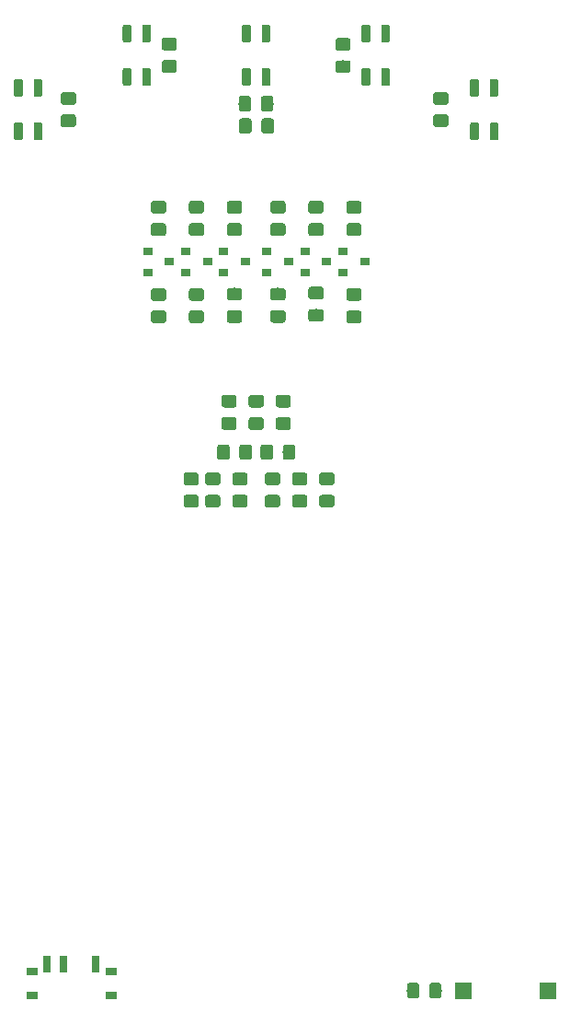
<source format=gbr>
G04 #@! TF.GenerationSoftware,KiCad,Pcbnew,(5.0.1)-3*
G04 #@! TF.CreationDate,2022-06-15T15:11:29+08:00*
G04 #@! TF.ProjectId,Micromouse_V01,4D6963726F6D6F7573655F5630312E6B,rev?*
G04 #@! TF.SameCoordinates,Original*
G04 #@! TF.FileFunction,Paste,Bot*
G04 #@! TF.FilePolarity,Positive*
%FSLAX46Y46*%
G04 Gerber Fmt 4.6, Leading zero omitted, Abs format (unit mm)*
G04 Created by KiCad (PCBNEW (5.0.1)-3) date 15-Jun-22 3:11:29 PM*
%MOMM*%
%LPD*%
G01*
G04 APERTURE LIST*
%ADD10R,0.700000X1.500000*%
%ADD11R,1.000000X0.800000*%
%ADD12C,0.100000*%
%ADD13C,0.790000*%
%ADD14R,0.900000X0.800000*%
%ADD15C,1.150000*%
%ADD16R,1.500000X1.500000*%
G04 APERTURE END LIST*
D10*
G04 #@! TO.C,SW1*
X87250000Y-136570000D03*
X84250000Y-136570000D03*
X82750000Y-136570000D03*
D11*
X88650000Y-139430000D03*
X81350000Y-139430000D03*
X81350000Y-137220000D03*
X88650000Y-137220000D03*
G04 #@! TD*
D12*
G04 #@! TO.C,S7*
G36*
X82116858Y-55170951D02*
X82136030Y-55173795D01*
X82154831Y-55178504D01*
X82173080Y-55185034D01*
X82190601Y-55193321D01*
X82207225Y-55203285D01*
X82222793Y-55214830D01*
X82237154Y-55227846D01*
X82250170Y-55242207D01*
X82261715Y-55257775D01*
X82271679Y-55274399D01*
X82279966Y-55291920D01*
X82286496Y-55310169D01*
X82291205Y-55328970D01*
X82294049Y-55348142D01*
X82295000Y-55367500D01*
X82295000Y-56632500D01*
X82294049Y-56651858D01*
X82291205Y-56671030D01*
X82286496Y-56689831D01*
X82279966Y-56708080D01*
X82271679Y-56725601D01*
X82261715Y-56742225D01*
X82250170Y-56757793D01*
X82237154Y-56772154D01*
X82222793Y-56785170D01*
X82207225Y-56796715D01*
X82190601Y-56806679D01*
X82173080Y-56814966D01*
X82154831Y-56821496D01*
X82136030Y-56826205D01*
X82116858Y-56829049D01*
X82097500Y-56830000D01*
X81702500Y-56830000D01*
X81683142Y-56829049D01*
X81663970Y-56826205D01*
X81645169Y-56821496D01*
X81626920Y-56814966D01*
X81609399Y-56806679D01*
X81592775Y-56796715D01*
X81577207Y-56785170D01*
X81562846Y-56772154D01*
X81549830Y-56757793D01*
X81538285Y-56742225D01*
X81528321Y-56725601D01*
X81520034Y-56708080D01*
X81513504Y-56689831D01*
X81508795Y-56671030D01*
X81505951Y-56651858D01*
X81505000Y-56632500D01*
X81505000Y-55367500D01*
X81505951Y-55348142D01*
X81508795Y-55328970D01*
X81513504Y-55310169D01*
X81520034Y-55291920D01*
X81528321Y-55274399D01*
X81538285Y-55257775D01*
X81549830Y-55242207D01*
X81562846Y-55227846D01*
X81577207Y-55214830D01*
X81592775Y-55203285D01*
X81609399Y-55193321D01*
X81626920Y-55185034D01*
X81645169Y-55178504D01*
X81663970Y-55173795D01*
X81683142Y-55170951D01*
X81702500Y-55170000D01*
X82097500Y-55170000D01*
X82116858Y-55170951D01*
X82116858Y-55170951D01*
G37*
D13*
X81900000Y-56000000D03*
D12*
G36*
X80316858Y-55170951D02*
X80336030Y-55173795D01*
X80354831Y-55178504D01*
X80373080Y-55185034D01*
X80390601Y-55193321D01*
X80407225Y-55203285D01*
X80422793Y-55214830D01*
X80437154Y-55227846D01*
X80450170Y-55242207D01*
X80461715Y-55257775D01*
X80471679Y-55274399D01*
X80479966Y-55291920D01*
X80486496Y-55310169D01*
X80491205Y-55328970D01*
X80494049Y-55348142D01*
X80495000Y-55367500D01*
X80495000Y-56632500D01*
X80494049Y-56651858D01*
X80491205Y-56671030D01*
X80486496Y-56689831D01*
X80479966Y-56708080D01*
X80471679Y-56725601D01*
X80461715Y-56742225D01*
X80450170Y-56757793D01*
X80437154Y-56772154D01*
X80422793Y-56785170D01*
X80407225Y-56796715D01*
X80390601Y-56806679D01*
X80373080Y-56814966D01*
X80354831Y-56821496D01*
X80336030Y-56826205D01*
X80316858Y-56829049D01*
X80297500Y-56830000D01*
X79902500Y-56830000D01*
X79883142Y-56829049D01*
X79863970Y-56826205D01*
X79845169Y-56821496D01*
X79826920Y-56814966D01*
X79809399Y-56806679D01*
X79792775Y-56796715D01*
X79777207Y-56785170D01*
X79762846Y-56772154D01*
X79749830Y-56757793D01*
X79738285Y-56742225D01*
X79728321Y-56725601D01*
X79720034Y-56708080D01*
X79713504Y-56689831D01*
X79708795Y-56671030D01*
X79705951Y-56651858D01*
X79705000Y-56632500D01*
X79705000Y-55367500D01*
X79705951Y-55348142D01*
X79708795Y-55328970D01*
X79713504Y-55310169D01*
X79720034Y-55291920D01*
X79728321Y-55274399D01*
X79738285Y-55257775D01*
X79749830Y-55242207D01*
X79762846Y-55227846D01*
X79777207Y-55214830D01*
X79792775Y-55203285D01*
X79809399Y-55193321D01*
X79826920Y-55185034D01*
X79845169Y-55178504D01*
X79863970Y-55173795D01*
X79883142Y-55170951D01*
X79902500Y-55170000D01*
X80297500Y-55170000D01*
X80316858Y-55170951D01*
X80316858Y-55170951D01*
G37*
D13*
X80100000Y-56000000D03*
D12*
G36*
X80316858Y-59170951D02*
X80336030Y-59173795D01*
X80354831Y-59178504D01*
X80373080Y-59185034D01*
X80390601Y-59193321D01*
X80407225Y-59203285D01*
X80422793Y-59214830D01*
X80437154Y-59227846D01*
X80450170Y-59242207D01*
X80461715Y-59257775D01*
X80471679Y-59274399D01*
X80479966Y-59291920D01*
X80486496Y-59310169D01*
X80491205Y-59328970D01*
X80494049Y-59348142D01*
X80495000Y-59367500D01*
X80495000Y-60632500D01*
X80494049Y-60651858D01*
X80491205Y-60671030D01*
X80486496Y-60689831D01*
X80479966Y-60708080D01*
X80471679Y-60725601D01*
X80461715Y-60742225D01*
X80450170Y-60757793D01*
X80437154Y-60772154D01*
X80422793Y-60785170D01*
X80407225Y-60796715D01*
X80390601Y-60806679D01*
X80373080Y-60814966D01*
X80354831Y-60821496D01*
X80336030Y-60826205D01*
X80316858Y-60829049D01*
X80297500Y-60830000D01*
X79902500Y-60830000D01*
X79883142Y-60829049D01*
X79863970Y-60826205D01*
X79845169Y-60821496D01*
X79826920Y-60814966D01*
X79809399Y-60806679D01*
X79792775Y-60796715D01*
X79777207Y-60785170D01*
X79762846Y-60772154D01*
X79749830Y-60757793D01*
X79738285Y-60742225D01*
X79728321Y-60725601D01*
X79720034Y-60708080D01*
X79713504Y-60689831D01*
X79708795Y-60671030D01*
X79705951Y-60651858D01*
X79705000Y-60632500D01*
X79705000Y-59367500D01*
X79705951Y-59348142D01*
X79708795Y-59328970D01*
X79713504Y-59310169D01*
X79720034Y-59291920D01*
X79728321Y-59274399D01*
X79738285Y-59257775D01*
X79749830Y-59242207D01*
X79762846Y-59227846D01*
X79777207Y-59214830D01*
X79792775Y-59203285D01*
X79809399Y-59193321D01*
X79826920Y-59185034D01*
X79845169Y-59178504D01*
X79863970Y-59173795D01*
X79883142Y-59170951D01*
X79902500Y-59170000D01*
X80297500Y-59170000D01*
X80316858Y-59170951D01*
X80316858Y-59170951D01*
G37*
D13*
X80100000Y-60000000D03*
D12*
G36*
X82116858Y-59170951D02*
X82136030Y-59173795D01*
X82154831Y-59178504D01*
X82173080Y-59185034D01*
X82190601Y-59193321D01*
X82207225Y-59203285D01*
X82222793Y-59214830D01*
X82237154Y-59227846D01*
X82250170Y-59242207D01*
X82261715Y-59257775D01*
X82271679Y-59274399D01*
X82279966Y-59291920D01*
X82286496Y-59310169D01*
X82291205Y-59328970D01*
X82294049Y-59348142D01*
X82295000Y-59367500D01*
X82295000Y-60632500D01*
X82294049Y-60651858D01*
X82291205Y-60671030D01*
X82286496Y-60689831D01*
X82279966Y-60708080D01*
X82271679Y-60725601D01*
X82261715Y-60742225D01*
X82250170Y-60757793D01*
X82237154Y-60772154D01*
X82222793Y-60785170D01*
X82207225Y-60796715D01*
X82190601Y-60806679D01*
X82173080Y-60814966D01*
X82154831Y-60821496D01*
X82136030Y-60826205D01*
X82116858Y-60829049D01*
X82097500Y-60830000D01*
X81702500Y-60830000D01*
X81683142Y-60829049D01*
X81663970Y-60826205D01*
X81645169Y-60821496D01*
X81626920Y-60814966D01*
X81609399Y-60806679D01*
X81592775Y-60796715D01*
X81577207Y-60785170D01*
X81562846Y-60772154D01*
X81549830Y-60757793D01*
X81538285Y-60742225D01*
X81528321Y-60725601D01*
X81520034Y-60708080D01*
X81513504Y-60689831D01*
X81508795Y-60671030D01*
X81505951Y-60651858D01*
X81505000Y-60632500D01*
X81505000Y-59367500D01*
X81505951Y-59348142D01*
X81508795Y-59328970D01*
X81513504Y-59310169D01*
X81520034Y-59291920D01*
X81528321Y-59274399D01*
X81538285Y-59257775D01*
X81549830Y-59242207D01*
X81562846Y-59227846D01*
X81577207Y-59214830D01*
X81592775Y-59203285D01*
X81609399Y-59193321D01*
X81626920Y-59185034D01*
X81645169Y-59178504D01*
X81663970Y-59173795D01*
X81683142Y-59170951D01*
X81702500Y-59170000D01*
X82097500Y-59170000D01*
X82116858Y-59170951D01*
X82116858Y-59170951D01*
G37*
D13*
X81900000Y-60000000D03*
G04 #@! TD*
D12*
G04 #@! TO.C,S8*
G36*
X92116858Y-54170951D02*
X92136030Y-54173795D01*
X92154831Y-54178504D01*
X92173080Y-54185034D01*
X92190601Y-54193321D01*
X92207225Y-54203285D01*
X92222793Y-54214830D01*
X92237154Y-54227846D01*
X92250170Y-54242207D01*
X92261715Y-54257775D01*
X92271679Y-54274399D01*
X92279966Y-54291920D01*
X92286496Y-54310169D01*
X92291205Y-54328970D01*
X92294049Y-54348142D01*
X92295000Y-54367500D01*
X92295000Y-55632500D01*
X92294049Y-55651858D01*
X92291205Y-55671030D01*
X92286496Y-55689831D01*
X92279966Y-55708080D01*
X92271679Y-55725601D01*
X92261715Y-55742225D01*
X92250170Y-55757793D01*
X92237154Y-55772154D01*
X92222793Y-55785170D01*
X92207225Y-55796715D01*
X92190601Y-55806679D01*
X92173080Y-55814966D01*
X92154831Y-55821496D01*
X92136030Y-55826205D01*
X92116858Y-55829049D01*
X92097500Y-55830000D01*
X91702500Y-55830000D01*
X91683142Y-55829049D01*
X91663970Y-55826205D01*
X91645169Y-55821496D01*
X91626920Y-55814966D01*
X91609399Y-55806679D01*
X91592775Y-55796715D01*
X91577207Y-55785170D01*
X91562846Y-55772154D01*
X91549830Y-55757793D01*
X91538285Y-55742225D01*
X91528321Y-55725601D01*
X91520034Y-55708080D01*
X91513504Y-55689831D01*
X91508795Y-55671030D01*
X91505951Y-55651858D01*
X91505000Y-55632500D01*
X91505000Y-54367500D01*
X91505951Y-54348142D01*
X91508795Y-54328970D01*
X91513504Y-54310169D01*
X91520034Y-54291920D01*
X91528321Y-54274399D01*
X91538285Y-54257775D01*
X91549830Y-54242207D01*
X91562846Y-54227846D01*
X91577207Y-54214830D01*
X91592775Y-54203285D01*
X91609399Y-54193321D01*
X91626920Y-54185034D01*
X91645169Y-54178504D01*
X91663970Y-54173795D01*
X91683142Y-54170951D01*
X91702500Y-54170000D01*
X92097500Y-54170000D01*
X92116858Y-54170951D01*
X92116858Y-54170951D01*
G37*
D13*
X91900000Y-55000000D03*
D12*
G36*
X90316858Y-54170951D02*
X90336030Y-54173795D01*
X90354831Y-54178504D01*
X90373080Y-54185034D01*
X90390601Y-54193321D01*
X90407225Y-54203285D01*
X90422793Y-54214830D01*
X90437154Y-54227846D01*
X90450170Y-54242207D01*
X90461715Y-54257775D01*
X90471679Y-54274399D01*
X90479966Y-54291920D01*
X90486496Y-54310169D01*
X90491205Y-54328970D01*
X90494049Y-54348142D01*
X90495000Y-54367500D01*
X90495000Y-55632500D01*
X90494049Y-55651858D01*
X90491205Y-55671030D01*
X90486496Y-55689831D01*
X90479966Y-55708080D01*
X90471679Y-55725601D01*
X90461715Y-55742225D01*
X90450170Y-55757793D01*
X90437154Y-55772154D01*
X90422793Y-55785170D01*
X90407225Y-55796715D01*
X90390601Y-55806679D01*
X90373080Y-55814966D01*
X90354831Y-55821496D01*
X90336030Y-55826205D01*
X90316858Y-55829049D01*
X90297500Y-55830000D01*
X89902500Y-55830000D01*
X89883142Y-55829049D01*
X89863970Y-55826205D01*
X89845169Y-55821496D01*
X89826920Y-55814966D01*
X89809399Y-55806679D01*
X89792775Y-55796715D01*
X89777207Y-55785170D01*
X89762846Y-55772154D01*
X89749830Y-55757793D01*
X89738285Y-55742225D01*
X89728321Y-55725601D01*
X89720034Y-55708080D01*
X89713504Y-55689831D01*
X89708795Y-55671030D01*
X89705951Y-55651858D01*
X89705000Y-55632500D01*
X89705000Y-54367500D01*
X89705951Y-54348142D01*
X89708795Y-54328970D01*
X89713504Y-54310169D01*
X89720034Y-54291920D01*
X89728321Y-54274399D01*
X89738285Y-54257775D01*
X89749830Y-54242207D01*
X89762846Y-54227846D01*
X89777207Y-54214830D01*
X89792775Y-54203285D01*
X89809399Y-54193321D01*
X89826920Y-54185034D01*
X89845169Y-54178504D01*
X89863970Y-54173795D01*
X89883142Y-54170951D01*
X89902500Y-54170000D01*
X90297500Y-54170000D01*
X90316858Y-54170951D01*
X90316858Y-54170951D01*
G37*
D13*
X90100000Y-55000000D03*
D12*
G36*
X90316858Y-50170951D02*
X90336030Y-50173795D01*
X90354831Y-50178504D01*
X90373080Y-50185034D01*
X90390601Y-50193321D01*
X90407225Y-50203285D01*
X90422793Y-50214830D01*
X90437154Y-50227846D01*
X90450170Y-50242207D01*
X90461715Y-50257775D01*
X90471679Y-50274399D01*
X90479966Y-50291920D01*
X90486496Y-50310169D01*
X90491205Y-50328970D01*
X90494049Y-50348142D01*
X90495000Y-50367500D01*
X90495000Y-51632500D01*
X90494049Y-51651858D01*
X90491205Y-51671030D01*
X90486496Y-51689831D01*
X90479966Y-51708080D01*
X90471679Y-51725601D01*
X90461715Y-51742225D01*
X90450170Y-51757793D01*
X90437154Y-51772154D01*
X90422793Y-51785170D01*
X90407225Y-51796715D01*
X90390601Y-51806679D01*
X90373080Y-51814966D01*
X90354831Y-51821496D01*
X90336030Y-51826205D01*
X90316858Y-51829049D01*
X90297500Y-51830000D01*
X89902500Y-51830000D01*
X89883142Y-51829049D01*
X89863970Y-51826205D01*
X89845169Y-51821496D01*
X89826920Y-51814966D01*
X89809399Y-51806679D01*
X89792775Y-51796715D01*
X89777207Y-51785170D01*
X89762846Y-51772154D01*
X89749830Y-51757793D01*
X89738285Y-51742225D01*
X89728321Y-51725601D01*
X89720034Y-51708080D01*
X89713504Y-51689831D01*
X89708795Y-51671030D01*
X89705951Y-51651858D01*
X89705000Y-51632500D01*
X89705000Y-50367500D01*
X89705951Y-50348142D01*
X89708795Y-50328970D01*
X89713504Y-50310169D01*
X89720034Y-50291920D01*
X89728321Y-50274399D01*
X89738285Y-50257775D01*
X89749830Y-50242207D01*
X89762846Y-50227846D01*
X89777207Y-50214830D01*
X89792775Y-50203285D01*
X89809399Y-50193321D01*
X89826920Y-50185034D01*
X89845169Y-50178504D01*
X89863970Y-50173795D01*
X89883142Y-50170951D01*
X89902500Y-50170000D01*
X90297500Y-50170000D01*
X90316858Y-50170951D01*
X90316858Y-50170951D01*
G37*
D13*
X90100000Y-51000000D03*
D12*
G36*
X92116858Y-50170951D02*
X92136030Y-50173795D01*
X92154831Y-50178504D01*
X92173080Y-50185034D01*
X92190601Y-50193321D01*
X92207225Y-50203285D01*
X92222793Y-50214830D01*
X92237154Y-50227846D01*
X92250170Y-50242207D01*
X92261715Y-50257775D01*
X92271679Y-50274399D01*
X92279966Y-50291920D01*
X92286496Y-50310169D01*
X92291205Y-50328970D01*
X92294049Y-50348142D01*
X92295000Y-50367500D01*
X92295000Y-51632500D01*
X92294049Y-51651858D01*
X92291205Y-51671030D01*
X92286496Y-51689831D01*
X92279966Y-51708080D01*
X92271679Y-51725601D01*
X92261715Y-51742225D01*
X92250170Y-51757793D01*
X92237154Y-51772154D01*
X92222793Y-51785170D01*
X92207225Y-51796715D01*
X92190601Y-51806679D01*
X92173080Y-51814966D01*
X92154831Y-51821496D01*
X92136030Y-51826205D01*
X92116858Y-51829049D01*
X92097500Y-51830000D01*
X91702500Y-51830000D01*
X91683142Y-51829049D01*
X91663970Y-51826205D01*
X91645169Y-51821496D01*
X91626920Y-51814966D01*
X91609399Y-51806679D01*
X91592775Y-51796715D01*
X91577207Y-51785170D01*
X91562846Y-51772154D01*
X91549830Y-51757793D01*
X91538285Y-51742225D01*
X91528321Y-51725601D01*
X91520034Y-51708080D01*
X91513504Y-51689831D01*
X91508795Y-51671030D01*
X91505951Y-51651858D01*
X91505000Y-51632500D01*
X91505000Y-50367500D01*
X91505951Y-50348142D01*
X91508795Y-50328970D01*
X91513504Y-50310169D01*
X91520034Y-50291920D01*
X91528321Y-50274399D01*
X91538285Y-50257775D01*
X91549830Y-50242207D01*
X91562846Y-50227846D01*
X91577207Y-50214830D01*
X91592775Y-50203285D01*
X91609399Y-50193321D01*
X91626920Y-50185034D01*
X91645169Y-50178504D01*
X91663970Y-50173795D01*
X91683142Y-50170951D01*
X91702500Y-50170000D01*
X92097500Y-50170000D01*
X92116858Y-50170951D01*
X92116858Y-50170951D01*
G37*
D13*
X91900000Y-51000000D03*
G04 #@! TD*
D12*
G04 #@! TO.C,S10*
G36*
X114116858Y-54170951D02*
X114136030Y-54173795D01*
X114154831Y-54178504D01*
X114173080Y-54185034D01*
X114190601Y-54193321D01*
X114207225Y-54203285D01*
X114222793Y-54214830D01*
X114237154Y-54227846D01*
X114250170Y-54242207D01*
X114261715Y-54257775D01*
X114271679Y-54274399D01*
X114279966Y-54291920D01*
X114286496Y-54310169D01*
X114291205Y-54328970D01*
X114294049Y-54348142D01*
X114295000Y-54367500D01*
X114295000Y-55632500D01*
X114294049Y-55651858D01*
X114291205Y-55671030D01*
X114286496Y-55689831D01*
X114279966Y-55708080D01*
X114271679Y-55725601D01*
X114261715Y-55742225D01*
X114250170Y-55757793D01*
X114237154Y-55772154D01*
X114222793Y-55785170D01*
X114207225Y-55796715D01*
X114190601Y-55806679D01*
X114173080Y-55814966D01*
X114154831Y-55821496D01*
X114136030Y-55826205D01*
X114116858Y-55829049D01*
X114097500Y-55830000D01*
X113702500Y-55830000D01*
X113683142Y-55829049D01*
X113663970Y-55826205D01*
X113645169Y-55821496D01*
X113626920Y-55814966D01*
X113609399Y-55806679D01*
X113592775Y-55796715D01*
X113577207Y-55785170D01*
X113562846Y-55772154D01*
X113549830Y-55757793D01*
X113538285Y-55742225D01*
X113528321Y-55725601D01*
X113520034Y-55708080D01*
X113513504Y-55689831D01*
X113508795Y-55671030D01*
X113505951Y-55651858D01*
X113505000Y-55632500D01*
X113505000Y-54367500D01*
X113505951Y-54348142D01*
X113508795Y-54328970D01*
X113513504Y-54310169D01*
X113520034Y-54291920D01*
X113528321Y-54274399D01*
X113538285Y-54257775D01*
X113549830Y-54242207D01*
X113562846Y-54227846D01*
X113577207Y-54214830D01*
X113592775Y-54203285D01*
X113609399Y-54193321D01*
X113626920Y-54185034D01*
X113645169Y-54178504D01*
X113663970Y-54173795D01*
X113683142Y-54170951D01*
X113702500Y-54170000D01*
X114097500Y-54170000D01*
X114116858Y-54170951D01*
X114116858Y-54170951D01*
G37*
D13*
X113900000Y-55000000D03*
D12*
G36*
X112316858Y-54170951D02*
X112336030Y-54173795D01*
X112354831Y-54178504D01*
X112373080Y-54185034D01*
X112390601Y-54193321D01*
X112407225Y-54203285D01*
X112422793Y-54214830D01*
X112437154Y-54227846D01*
X112450170Y-54242207D01*
X112461715Y-54257775D01*
X112471679Y-54274399D01*
X112479966Y-54291920D01*
X112486496Y-54310169D01*
X112491205Y-54328970D01*
X112494049Y-54348142D01*
X112495000Y-54367500D01*
X112495000Y-55632500D01*
X112494049Y-55651858D01*
X112491205Y-55671030D01*
X112486496Y-55689831D01*
X112479966Y-55708080D01*
X112471679Y-55725601D01*
X112461715Y-55742225D01*
X112450170Y-55757793D01*
X112437154Y-55772154D01*
X112422793Y-55785170D01*
X112407225Y-55796715D01*
X112390601Y-55806679D01*
X112373080Y-55814966D01*
X112354831Y-55821496D01*
X112336030Y-55826205D01*
X112316858Y-55829049D01*
X112297500Y-55830000D01*
X111902500Y-55830000D01*
X111883142Y-55829049D01*
X111863970Y-55826205D01*
X111845169Y-55821496D01*
X111826920Y-55814966D01*
X111809399Y-55806679D01*
X111792775Y-55796715D01*
X111777207Y-55785170D01*
X111762846Y-55772154D01*
X111749830Y-55757793D01*
X111738285Y-55742225D01*
X111728321Y-55725601D01*
X111720034Y-55708080D01*
X111713504Y-55689831D01*
X111708795Y-55671030D01*
X111705951Y-55651858D01*
X111705000Y-55632500D01*
X111705000Y-54367500D01*
X111705951Y-54348142D01*
X111708795Y-54328970D01*
X111713504Y-54310169D01*
X111720034Y-54291920D01*
X111728321Y-54274399D01*
X111738285Y-54257775D01*
X111749830Y-54242207D01*
X111762846Y-54227846D01*
X111777207Y-54214830D01*
X111792775Y-54203285D01*
X111809399Y-54193321D01*
X111826920Y-54185034D01*
X111845169Y-54178504D01*
X111863970Y-54173795D01*
X111883142Y-54170951D01*
X111902500Y-54170000D01*
X112297500Y-54170000D01*
X112316858Y-54170951D01*
X112316858Y-54170951D01*
G37*
D13*
X112100000Y-55000000D03*
D12*
G36*
X112316858Y-50170951D02*
X112336030Y-50173795D01*
X112354831Y-50178504D01*
X112373080Y-50185034D01*
X112390601Y-50193321D01*
X112407225Y-50203285D01*
X112422793Y-50214830D01*
X112437154Y-50227846D01*
X112450170Y-50242207D01*
X112461715Y-50257775D01*
X112471679Y-50274399D01*
X112479966Y-50291920D01*
X112486496Y-50310169D01*
X112491205Y-50328970D01*
X112494049Y-50348142D01*
X112495000Y-50367500D01*
X112495000Y-51632500D01*
X112494049Y-51651858D01*
X112491205Y-51671030D01*
X112486496Y-51689831D01*
X112479966Y-51708080D01*
X112471679Y-51725601D01*
X112461715Y-51742225D01*
X112450170Y-51757793D01*
X112437154Y-51772154D01*
X112422793Y-51785170D01*
X112407225Y-51796715D01*
X112390601Y-51806679D01*
X112373080Y-51814966D01*
X112354831Y-51821496D01*
X112336030Y-51826205D01*
X112316858Y-51829049D01*
X112297500Y-51830000D01*
X111902500Y-51830000D01*
X111883142Y-51829049D01*
X111863970Y-51826205D01*
X111845169Y-51821496D01*
X111826920Y-51814966D01*
X111809399Y-51806679D01*
X111792775Y-51796715D01*
X111777207Y-51785170D01*
X111762846Y-51772154D01*
X111749830Y-51757793D01*
X111738285Y-51742225D01*
X111728321Y-51725601D01*
X111720034Y-51708080D01*
X111713504Y-51689831D01*
X111708795Y-51671030D01*
X111705951Y-51651858D01*
X111705000Y-51632500D01*
X111705000Y-50367500D01*
X111705951Y-50348142D01*
X111708795Y-50328970D01*
X111713504Y-50310169D01*
X111720034Y-50291920D01*
X111728321Y-50274399D01*
X111738285Y-50257775D01*
X111749830Y-50242207D01*
X111762846Y-50227846D01*
X111777207Y-50214830D01*
X111792775Y-50203285D01*
X111809399Y-50193321D01*
X111826920Y-50185034D01*
X111845169Y-50178504D01*
X111863970Y-50173795D01*
X111883142Y-50170951D01*
X111902500Y-50170000D01*
X112297500Y-50170000D01*
X112316858Y-50170951D01*
X112316858Y-50170951D01*
G37*
D13*
X112100000Y-51000000D03*
D12*
G36*
X114116858Y-50170951D02*
X114136030Y-50173795D01*
X114154831Y-50178504D01*
X114173080Y-50185034D01*
X114190601Y-50193321D01*
X114207225Y-50203285D01*
X114222793Y-50214830D01*
X114237154Y-50227846D01*
X114250170Y-50242207D01*
X114261715Y-50257775D01*
X114271679Y-50274399D01*
X114279966Y-50291920D01*
X114286496Y-50310169D01*
X114291205Y-50328970D01*
X114294049Y-50348142D01*
X114295000Y-50367500D01*
X114295000Y-51632500D01*
X114294049Y-51651858D01*
X114291205Y-51671030D01*
X114286496Y-51689831D01*
X114279966Y-51708080D01*
X114271679Y-51725601D01*
X114261715Y-51742225D01*
X114250170Y-51757793D01*
X114237154Y-51772154D01*
X114222793Y-51785170D01*
X114207225Y-51796715D01*
X114190601Y-51806679D01*
X114173080Y-51814966D01*
X114154831Y-51821496D01*
X114136030Y-51826205D01*
X114116858Y-51829049D01*
X114097500Y-51830000D01*
X113702500Y-51830000D01*
X113683142Y-51829049D01*
X113663970Y-51826205D01*
X113645169Y-51821496D01*
X113626920Y-51814966D01*
X113609399Y-51806679D01*
X113592775Y-51796715D01*
X113577207Y-51785170D01*
X113562846Y-51772154D01*
X113549830Y-51757793D01*
X113538285Y-51742225D01*
X113528321Y-51725601D01*
X113520034Y-51708080D01*
X113513504Y-51689831D01*
X113508795Y-51671030D01*
X113505951Y-51651858D01*
X113505000Y-51632500D01*
X113505000Y-50367500D01*
X113505951Y-50348142D01*
X113508795Y-50328970D01*
X113513504Y-50310169D01*
X113520034Y-50291920D01*
X113528321Y-50274399D01*
X113538285Y-50257775D01*
X113549830Y-50242207D01*
X113562846Y-50227846D01*
X113577207Y-50214830D01*
X113592775Y-50203285D01*
X113609399Y-50193321D01*
X113626920Y-50185034D01*
X113645169Y-50178504D01*
X113663970Y-50173795D01*
X113683142Y-50170951D01*
X113702500Y-50170000D01*
X114097500Y-50170000D01*
X114116858Y-50170951D01*
X114116858Y-50170951D01*
G37*
D13*
X113900000Y-51000000D03*
G04 #@! TD*
D14*
G04 #@! TO.C,Q1*
X94000000Y-72000000D03*
X92000000Y-71050000D03*
X92000000Y-72950000D03*
G04 #@! TD*
G04 #@! TO.C,Q2*
X97500000Y-72000000D03*
X95500000Y-71050000D03*
X95500000Y-72950000D03*
G04 #@! TD*
G04 #@! TO.C,Q3*
X108500000Y-72000000D03*
X106500000Y-71050000D03*
X106500000Y-72950000D03*
G04 #@! TD*
G04 #@! TO.C,Q4*
X110000000Y-72950000D03*
X110000000Y-71050000D03*
X112000000Y-72000000D03*
G04 #@! TD*
G04 #@! TO.C,Q5*
X99000000Y-72950000D03*
X99000000Y-71050000D03*
X101000000Y-72000000D03*
G04 #@! TD*
G04 #@! TO.C,Q6*
X103000000Y-72950000D03*
X103000000Y-71050000D03*
X105000000Y-72000000D03*
G04 #@! TD*
D12*
G04 #@! TO.C,R1*
G36*
X93474505Y-66401204D02*
X93498773Y-66404804D01*
X93522572Y-66410765D01*
X93545671Y-66419030D01*
X93567850Y-66429520D01*
X93588893Y-66442132D01*
X93608599Y-66456747D01*
X93626777Y-66473223D01*
X93643253Y-66491401D01*
X93657868Y-66511107D01*
X93670480Y-66532150D01*
X93680970Y-66554329D01*
X93689235Y-66577428D01*
X93695196Y-66601227D01*
X93698796Y-66625495D01*
X93700000Y-66649999D01*
X93700000Y-67300001D01*
X93698796Y-67324505D01*
X93695196Y-67348773D01*
X93689235Y-67372572D01*
X93680970Y-67395671D01*
X93670480Y-67417850D01*
X93657868Y-67438893D01*
X93643253Y-67458599D01*
X93626777Y-67476777D01*
X93608599Y-67493253D01*
X93588893Y-67507868D01*
X93567850Y-67520480D01*
X93545671Y-67530970D01*
X93522572Y-67539235D01*
X93498773Y-67545196D01*
X93474505Y-67548796D01*
X93450001Y-67550000D01*
X92549999Y-67550000D01*
X92525495Y-67548796D01*
X92501227Y-67545196D01*
X92477428Y-67539235D01*
X92454329Y-67530970D01*
X92432150Y-67520480D01*
X92411107Y-67507868D01*
X92391401Y-67493253D01*
X92373223Y-67476777D01*
X92356747Y-67458599D01*
X92342132Y-67438893D01*
X92329520Y-67417850D01*
X92319030Y-67395671D01*
X92310765Y-67372572D01*
X92304804Y-67348773D01*
X92301204Y-67324505D01*
X92300000Y-67300001D01*
X92300000Y-66649999D01*
X92301204Y-66625495D01*
X92304804Y-66601227D01*
X92310765Y-66577428D01*
X92319030Y-66554329D01*
X92329520Y-66532150D01*
X92342132Y-66511107D01*
X92356747Y-66491401D01*
X92373223Y-66473223D01*
X92391401Y-66456747D01*
X92411107Y-66442132D01*
X92432150Y-66429520D01*
X92454329Y-66419030D01*
X92477428Y-66410765D01*
X92501227Y-66404804D01*
X92525495Y-66401204D01*
X92549999Y-66400000D01*
X93450001Y-66400000D01*
X93474505Y-66401204D01*
X93474505Y-66401204D01*
G37*
D15*
X93000000Y-66975000D03*
D12*
G36*
X93474505Y-68451204D02*
X93498773Y-68454804D01*
X93522572Y-68460765D01*
X93545671Y-68469030D01*
X93567850Y-68479520D01*
X93588893Y-68492132D01*
X93608599Y-68506747D01*
X93626777Y-68523223D01*
X93643253Y-68541401D01*
X93657868Y-68561107D01*
X93670480Y-68582150D01*
X93680970Y-68604329D01*
X93689235Y-68627428D01*
X93695196Y-68651227D01*
X93698796Y-68675495D01*
X93700000Y-68699999D01*
X93700000Y-69350001D01*
X93698796Y-69374505D01*
X93695196Y-69398773D01*
X93689235Y-69422572D01*
X93680970Y-69445671D01*
X93670480Y-69467850D01*
X93657868Y-69488893D01*
X93643253Y-69508599D01*
X93626777Y-69526777D01*
X93608599Y-69543253D01*
X93588893Y-69557868D01*
X93567850Y-69570480D01*
X93545671Y-69580970D01*
X93522572Y-69589235D01*
X93498773Y-69595196D01*
X93474505Y-69598796D01*
X93450001Y-69600000D01*
X92549999Y-69600000D01*
X92525495Y-69598796D01*
X92501227Y-69595196D01*
X92477428Y-69589235D01*
X92454329Y-69580970D01*
X92432150Y-69570480D01*
X92411107Y-69557868D01*
X92391401Y-69543253D01*
X92373223Y-69526777D01*
X92356747Y-69508599D01*
X92342132Y-69488893D01*
X92329520Y-69467850D01*
X92319030Y-69445671D01*
X92310765Y-69422572D01*
X92304804Y-69398773D01*
X92301204Y-69374505D01*
X92300000Y-69350001D01*
X92300000Y-68699999D01*
X92301204Y-68675495D01*
X92304804Y-68651227D01*
X92310765Y-68627428D01*
X92319030Y-68604329D01*
X92329520Y-68582150D01*
X92342132Y-68561107D01*
X92356747Y-68541401D01*
X92373223Y-68523223D01*
X92391401Y-68506747D01*
X92411107Y-68492132D01*
X92432150Y-68479520D01*
X92454329Y-68469030D01*
X92477428Y-68460765D01*
X92501227Y-68454804D01*
X92525495Y-68451204D01*
X92549999Y-68450000D01*
X93450001Y-68450000D01*
X93474505Y-68451204D01*
X93474505Y-68451204D01*
G37*
D15*
X93000000Y-69025000D03*
G04 #@! TD*
D12*
G04 #@! TO.C,R2*
G36*
X96474505Y-93426204D02*
X96498773Y-93429804D01*
X96522572Y-93435765D01*
X96545671Y-93444030D01*
X96567850Y-93454520D01*
X96588893Y-93467132D01*
X96608599Y-93481747D01*
X96626777Y-93498223D01*
X96643253Y-93516401D01*
X96657868Y-93536107D01*
X96670480Y-93557150D01*
X96680970Y-93579329D01*
X96689235Y-93602428D01*
X96695196Y-93626227D01*
X96698796Y-93650495D01*
X96700000Y-93674999D01*
X96700000Y-94325001D01*
X96698796Y-94349505D01*
X96695196Y-94373773D01*
X96689235Y-94397572D01*
X96680970Y-94420671D01*
X96670480Y-94442850D01*
X96657868Y-94463893D01*
X96643253Y-94483599D01*
X96626777Y-94501777D01*
X96608599Y-94518253D01*
X96588893Y-94532868D01*
X96567850Y-94545480D01*
X96545671Y-94555970D01*
X96522572Y-94564235D01*
X96498773Y-94570196D01*
X96474505Y-94573796D01*
X96450001Y-94575000D01*
X95549999Y-94575000D01*
X95525495Y-94573796D01*
X95501227Y-94570196D01*
X95477428Y-94564235D01*
X95454329Y-94555970D01*
X95432150Y-94545480D01*
X95411107Y-94532868D01*
X95391401Y-94518253D01*
X95373223Y-94501777D01*
X95356747Y-94483599D01*
X95342132Y-94463893D01*
X95329520Y-94442850D01*
X95319030Y-94420671D01*
X95310765Y-94397572D01*
X95304804Y-94373773D01*
X95301204Y-94349505D01*
X95300000Y-94325001D01*
X95300000Y-93674999D01*
X95301204Y-93650495D01*
X95304804Y-93626227D01*
X95310765Y-93602428D01*
X95319030Y-93579329D01*
X95329520Y-93557150D01*
X95342132Y-93536107D01*
X95356747Y-93516401D01*
X95373223Y-93498223D01*
X95391401Y-93481747D01*
X95411107Y-93467132D01*
X95432150Y-93454520D01*
X95454329Y-93444030D01*
X95477428Y-93435765D01*
X95501227Y-93429804D01*
X95525495Y-93426204D01*
X95549999Y-93425000D01*
X96450001Y-93425000D01*
X96474505Y-93426204D01*
X96474505Y-93426204D01*
G37*
D15*
X96000000Y-94000000D03*
D12*
G36*
X96474505Y-91376204D02*
X96498773Y-91379804D01*
X96522572Y-91385765D01*
X96545671Y-91394030D01*
X96567850Y-91404520D01*
X96588893Y-91417132D01*
X96608599Y-91431747D01*
X96626777Y-91448223D01*
X96643253Y-91466401D01*
X96657868Y-91486107D01*
X96670480Y-91507150D01*
X96680970Y-91529329D01*
X96689235Y-91552428D01*
X96695196Y-91576227D01*
X96698796Y-91600495D01*
X96700000Y-91624999D01*
X96700000Y-92275001D01*
X96698796Y-92299505D01*
X96695196Y-92323773D01*
X96689235Y-92347572D01*
X96680970Y-92370671D01*
X96670480Y-92392850D01*
X96657868Y-92413893D01*
X96643253Y-92433599D01*
X96626777Y-92451777D01*
X96608599Y-92468253D01*
X96588893Y-92482868D01*
X96567850Y-92495480D01*
X96545671Y-92505970D01*
X96522572Y-92514235D01*
X96498773Y-92520196D01*
X96474505Y-92523796D01*
X96450001Y-92525000D01*
X95549999Y-92525000D01*
X95525495Y-92523796D01*
X95501227Y-92520196D01*
X95477428Y-92514235D01*
X95454329Y-92505970D01*
X95432150Y-92495480D01*
X95411107Y-92482868D01*
X95391401Y-92468253D01*
X95373223Y-92451777D01*
X95356747Y-92433599D01*
X95342132Y-92413893D01*
X95329520Y-92392850D01*
X95319030Y-92370671D01*
X95310765Y-92347572D01*
X95304804Y-92323773D01*
X95301204Y-92299505D01*
X95300000Y-92275001D01*
X95300000Y-91624999D01*
X95301204Y-91600495D01*
X95304804Y-91576227D01*
X95310765Y-91552428D01*
X95319030Y-91529329D01*
X95329520Y-91507150D01*
X95342132Y-91486107D01*
X95356747Y-91466401D01*
X95373223Y-91448223D01*
X95391401Y-91431747D01*
X95411107Y-91417132D01*
X95432150Y-91404520D01*
X95454329Y-91394030D01*
X95477428Y-91385765D01*
X95501227Y-91379804D01*
X95525495Y-91376204D01*
X95549999Y-91375000D01*
X96450001Y-91375000D01*
X96474505Y-91376204D01*
X96474505Y-91376204D01*
G37*
D15*
X96000000Y-91950000D03*
G04 #@! TD*
D12*
G04 #@! TO.C,R3*
G36*
X96974505Y-68451204D02*
X96998773Y-68454804D01*
X97022572Y-68460765D01*
X97045671Y-68469030D01*
X97067850Y-68479520D01*
X97088893Y-68492132D01*
X97108599Y-68506747D01*
X97126777Y-68523223D01*
X97143253Y-68541401D01*
X97157868Y-68561107D01*
X97170480Y-68582150D01*
X97180970Y-68604329D01*
X97189235Y-68627428D01*
X97195196Y-68651227D01*
X97198796Y-68675495D01*
X97200000Y-68699999D01*
X97200000Y-69350001D01*
X97198796Y-69374505D01*
X97195196Y-69398773D01*
X97189235Y-69422572D01*
X97180970Y-69445671D01*
X97170480Y-69467850D01*
X97157868Y-69488893D01*
X97143253Y-69508599D01*
X97126777Y-69526777D01*
X97108599Y-69543253D01*
X97088893Y-69557868D01*
X97067850Y-69570480D01*
X97045671Y-69580970D01*
X97022572Y-69589235D01*
X96998773Y-69595196D01*
X96974505Y-69598796D01*
X96950001Y-69600000D01*
X96049999Y-69600000D01*
X96025495Y-69598796D01*
X96001227Y-69595196D01*
X95977428Y-69589235D01*
X95954329Y-69580970D01*
X95932150Y-69570480D01*
X95911107Y-69557868D01*
X95891401Y-69543253D01*
X95873223Y-69526777D01*
X95856747Y-69508599D01*
X95842132Y-69488893D01*
X95829520Y-69467850D01*
X95819030Y-69445671D01*
X95810765Y-69422572D01*
X95804804Y-69398773D01*
X95801204Y-69374505D01*
X95800000Y-69350001D01*
X95800000Y-68699999D01*
X95801204Y-68675495D01*
X95804804Y-68651227D01*
X95810765Y-68627428D01*
X95819030Y-68604329D01*
X95829520Y-68582150D01*
X95842132Y-68561107D01*
X95856747Y-68541401D01*
X95873223Y-68523223D01*
X95891401Y-68506747D01*
X95911107Y-68492132D01*
X95932150Y-68479520D01*
X95954329Y-68469030D01*
X95977428Y-68460765D01*
X96001227Y-68454804D01*
X96025495Y-68451204D01*
X96049999Y-68450000D01*
X96950001Y-68450000D01*
X96974505Y-68451204D01*
X96974505Y-68451204D01*
G37*
D15*
X96500000Y-69025000D03*
D12*
G36*
X96974505Y-66401204D02*
X96998773Y-66404804D01*
X97022572Y-66410765D01*
X97045671Y-66419030D01*
X97067850Y-66429520D01*
X97088893Y-66442132D01*
X97108599Y-66456747D01*
X97126777Y-66473223D01*
X97143253Y-66491401D01*
X97157868Y-66511107D01*
X97170480Y-66532150D01*
X97180970Y-66554329D01*
X97189235Y-66577428D01*
X97195196Y-66601227D01*
X97198796Y-66625495D01*
X97200000Y-66649999D01*
X97200000Y-67300001D01*
X97198796Y-67324505D01*
X97195196Y-67348773D01*
X97189235Y-67372572D01*
X97180970Y-67395671D01*
X97170480Y-67417850D01*
X97157868Y-67438893D01*
X97143253Y-67458599D01*
X97126777Y-67476777D01*
X97108599Y-67493253D01*
X97088893Y-67507868D01*
X97067850Y-67520480D01*
X97045671Y-67530970D01*
X97022572Y-67539235D01*
X96998773Y-67545196D01*
X96974505Y-67548796D01*
X96950001Y-67550000D01*
X96049999Y-67550000D01*
X96025495Y-67548796D01*
X96001227Y-67545196D01*
X95977428Y-67539235D01*
X95954329Y-67530970D01*
X95932150Y-67520480D01*
X95911107Y-67507868D01*
X95891401Y-67493253D01*
X95873223Y-67476777D01*
X95856747Y-67458599D01*
X95842132Y-67438893D01*
X95829520Y-67417850D01*
X95819030Y-67395671D01*
X95810765Y-67372572D01*
X95804804Y-67348773D01*
X95801204Y-67324505D01*
X95800000Y-67300001D01*
X95800000Y-66649999D01*
X95801204Y-66625495D01*
X95804804Y-66601227D01*
X95810765Y-66577428D01*
X95819030Y-66554329D01*
X95829520Y-66532150D01*
X95842132Y-66511107D01*
X95856747Y-66491401D01*
X95873223Y-66473223D01*
X95891401Y-66456747D01*
X95911107Y-66442132D01*
X95932150Y-66429520D01*
X95954329Y-66419030D01*
X95977428Y-66410765D01*
X96001227Y-66404804D01*
X96025495Y-66401204D01*
X96049999Y-66400000D01*
X96950001Y-66400000D01*
X96974505Y-66401204D01*
X96974505Y-66401204D01*
G37*
D15*
X96500000Y-66975000D03*
G04 #@! TD*
D12*
G04 #@! TO.C,R4*
G36*
X98474505Y-91376204D02*
X98498773Y-91379804D01*
X98522572Y-91385765D01*
X98545671Y-91394030D01*
X98567850Y-91404520D01*
X98588893Y-91417132D01*
X98608599Y-91431747D01*
X98626777Y-91448223D01*
X98643253Y-91466401D01*
X98657868Y-91486107D01*
X98670480Y-91507150D01*
X98680970Y-91529329D01*
X98689235Y-91552428D01*
X98695196Y-91576227D01*
X98698796Y-91600495D01*
X98700000Y-91624999D01*
X98700000Y-92275001D01*
X98698796Y-92299505D01*
X98695196Y-92323773D01*
X98689235Y-92347572D01*
X98680970Y-92370671D01*
X98670480Y-92392850D01*
X98657868Y-92413893D01*
X98643253Y-92433599D01*
X98626777Y-92451777D01*
X98608599Y-92468253D01*
X98588893Y-92482868D01*
X98567850Y-92495480D01*
X98545671Y-92505970D01*
X98522572Y-92514235D01*
X98498773Y-92520196D01*
X98474505Y-92523796D01*
X98450001Y-92525000D01*
X97549999Y-92525000D01*
X97525495Y-92523796D01*
X97501227Y-92520196D01*
X97477428Y-92514235D01*
X97454329Y-92505970D01*
X97432150Y-92495480D01*
X97411107Y-92482868D01*
X97391401Y-92468253D01*
X97373223Y-92451777D01*
X97356747Y-92433599D01*
X97342132Y-92413893D01*
X97329520Y-92392850D01*
X97319030Y-92370671D01*
X97310765Y-92347572D01*
X97304804Y-92323773D01*
X97301204Y-92299505D01*
X97300000Y-92275001D01*
X97300000Y-91624999D01*
X97301204Y-91600495D01*
X97304804Y-91576227D01*
X97310765Y-91552428D01*
X97319030Y-91529329D01*
X97329520Y-91507150D01*
X97342132Y-91486107D01*
X97356747Y-91466401D01*
X97373223Y-91448223D01*
X97391401Y-91431747D01*
X97411107Y-91417132D01*
X97432150Y-91404520D01*
X97454329Y-91394030D01*
X97477428Y-91385765D01*
X97501227Y-91379804D01*
X97525495Y-91376204D01*
X97549999Y-91375000D01*
X98450001Y-91375000D01*
X98474505Y-91376204D01*
X98474505Y-91376204D01*
G37*
D15*
X98000000Y-91950000D03*
D12*
G36*
X98474505Y-93426204D02*
X98498773Y-93429804D01*
X98522572Y-93435765D01*
X98545671Y-93444030D01*
X98567850Y-93454520D01*
X98588893Y-93467132D01*
X98608599Y-93481747D01*
X98626777Y-93498223D01*
X98643253Y-93516401D01*
X98657868Y-93536107D01*
X98670480Y-93557150D01*
X98680970Y-93579329D01*
X98689235Y-93602428D01*
X98695196Y-93626227D01*
X98698796Y-93650495D01*
X98700000Y-93674999D01*
X98700000Y-94325001D01*
X98698796Y-94349505D01*
X98695196Y-94373773D01*
X98689235Y-94397572D01*
X98680970Y-94420671D01*
X98670480Y-94442850D01*
X98657868Y-94463893D01*
X98643253Y-94483599D01*
X98626777Y-94501777D01*
X98608599Y-94518253D01*
X98588893Y-94532868D01*
X98567850Y-94545480D01*
X98545671Y-94555970D01*
X98522572Y-94564235D01*
X98498773Y-94570196D01*
X98474505Y-94573796D01*
X98450001Y-94575000D01*
X97549999Y-94575000D01*
X97525495Y-94573796D01*
X97501227Y-94570196D01*
X97477428Y-94564235D01*
X97454329Y-94555970D01*
X97432150Y-94545480D01*
X97411107Y-94532868D01*
X97391401Y-94518253D01*
X97373223Y-94501777D01*
X97356747Y-94483599D01*
X97342132Y-94463893D01*
X97329520Y-94442850D01*
X97319030Y-94420671D01*
X97310765Y-94397572D01*
X97304804Y-94373773D01*
X97301204Y-94349505D01*
X97300000Y-94325001D01*
X97300000Y-93674999D01*
X97301204Y-93650495D01*
X97304804Y-93626227D01*
X97310765Y-93602428D01*
X97319030Y-93579329D01*
X97329520Y-93557150D01*
X97342132Y-93536107D01*
X97356747Y-93516401D01*
X97373223Y-93498223D01*
X97391401Y-93481747D01*
X97411107Y-93467132D01*
X97432150Y-93454520D01*
X97454329Y-93444030D01*
X97477428Y-93435765D01*
X97501227Y-93429804D01*
X97525495Y-93426204D01*
X97549999Y-93425000D01*
X98450001Y-93425000D01*
X98474505Y-93426204D01*
X98474505Y-93426204D01*
G37*
D15*
X98000000Y-94000000D03*
G04 #@! TD*
D12*
G04 #@! TO.C,R5*
G36*
X107974505Y-66401204D02*
X107998773Y-66404804D01*
X108022572Y-66410765D01*
X108045671Y-66419030D01*
X108067850Y-66429520D01*
X108088893Y-66442132D01*
X108108599Y-66456747D01*
X108126777Y-66473223D01*
X108143253Y-66491401D01*
X108157868Y-66511107D01*
X108170480Y-66532150D01*
X108180970Y-66554329D01*
X108189235Y-66577428D01*
X108195196Y-66601227D01*
X108198796Y-66625495D01*
X108200000Y-66649999D01*
X108200000Y-67300001D01*
X108198796Y-67324505D01*
X108195196Y-67348773D01*
X108189235Y-67372572D01*
X108180970Y-67395671D01*
X108170480Y-67417850D01*
X108157868Y-67438893D01*
X108143253Y-67458599D01*
X108126777Y-67476777D01*
X108108599Y-67493253D01*
X108088893Y-67507868D01*
X108067850Y-67520480D01*
X108045671Y-67530970D01*
X108022572Y-67539235D01*
X107998773Y-67545196D01*
X107974505Y-67548796D01*
X107950001Y-67550000D01*
X107049999Y-67550000D01*
X107025495Y-67548796D01*
X107001227Y-67545196D01*
X106977428Y-67539235D01*
X106954329Y-67530970D01*
X106932150Y-67520480D01*
X106911107Y-67507868D01*
X106891401Y-67493253D01*
X106873223Y-67476777D01*
X106856747Y-67458599D01*
X106842132Y-67438893D01*
X106829520Y-67417850D01*
X106819030Y-67395671D01*
X106810765Y-67372572D01*
X106804804Y-67348773D01*
X106801204Y-67324505D01*
X106800000Y-67300001D01*
X106800000Y-66649999D01*
X106801204Y-66625495D01*
X106804804Y-66601227D01*
X106810765Y-66577428D01*
X106819030Y-66554329D01*
X106829520Y-66532150D01*
X106842132Y-66511107D01*
X106856747Y-66491401D01*
X106873223Y-66473223D01*
X106891401Y-66456747D01*
X106911107Y-66442132D01*
X106932150Y-66429520D01*
X106954329Y-66419030D01*
X106977428Y-66410765D01*
X107001227Y-66404804D01*
X107025495Y-66401204D01*
X107049999Y-66400000D01*
X107950001Y-66400000D01*
X107974505Y-66401204D01*
X107974505Y-66401204D01*
G37*
D15*
X107500000Y-66975000D03*
D12*
G36*
X107974505Y-68451204D02*
X107998773Y-68454804D01*
X108022572Y-68460765D01*
X108045671Y-68469030D01*
X108067850Y-68479520D01*
X108088893Y-68492132D01*
X108108599Y-68506747D01*
X108126777Y-68523223D01*
X108143253Y-68541401D01*
X108157868Y-68561107D01*
X108170480Y-68582150D01*
X108180970Y-68604329D01*
X108189235Y-68627428D01*
X108195196Y-68651227D01*
X108198796Y-68675495D01*
X108200000Y-68699999D01*
X108200000Y-69350001D01*
X108198796Y-69374505D01*
X108195196Y-69398773D01*
X108189235Y-69422572D01*
X108180970Y-69445671D01*
X108170480Y-69467850D01*
X108157868Y-69488893D01*
X108143253Y-69508599D01*
X108126777Y-69526777D01*
X108108599Y-69543253D01*
X108088893Y-69557868D01*
X108067850Y-69570480D01*
X108045671Y-69580970D01*
X108022572Y-69589235D01*
X107998773Y-69595196D01*
X107974505Y-69598796D01*
X107950001Y-69600000D01*
X107049999Y-69600000D01*
X107025495Y-69598796D01*
X107001227Y-69595196D01*
X106977428Y-69589235D01*
X106954329Y-69580970D01*
X106932150Y-69570480D01*
X106911107Y-69557868D01*
X106891401Y-69543253D01*
X106873223Y-69526777D01*
X106856747Y-69508599D01*
X106842132Y-69488893D01*
X106829520Y-69467850D01*
X106819030Y-69445671D01*
X106810765Y-69422572D01*
X106804804Y-69398773D01*
X106801204Y-69374505D01*
X106800000Y-69350001D01*
X106800000Y-68699999D01*
X106801204Y-68675495D01*
X106804804Y-68651227D01*
X106810765Y-68627428D01*
X106819030Y-68604329D01*
X106829520Y-68582150D01*
X106842132Y-68561107D01*
X106856747Y-68541401D01*
X106873223Y-68523223D01*
X106891401Y-68506747D01*
X106911107Y-68492132D01*
X106932150Y-68479520D01*
X106954329Y-68469030D01*
X106977428Y-68460765D01*
X107001227Y-68454804D01*
X107025495Y-68451204D01*
X107049999Y-68450000D01*
X107950001Y-68450000D01*
X107974505Y-68451204D01*
X107974505Y-68451204D01*
G37*
D15*
X107500000Y-69025000D03*
G04 #@! TD*
D12*
G04 #@! TO.C,R6*
G36*
X106474505Y-91376204D02*
X106498773Y-91379804D01*
X106522572Y-91385765D01*
X106545671Y-91394030D01*
X106567850Y-91404520D01*
X106588893Y-91417132D01*
X106608599Y-91431747D01*
X106626777Y-91448223D01*
X106643253Y-91466401D01*
X106657868Y-91486107D01*
X106670480Y-91507150D01*
X106680970Y-91529329D01*
X106689235Y-91552428D01*
X106695196Y-91576227D01*
X106698796Y-91600495D01*
X106700000Y-91624999D01*
X106700000Y-92275001D01*
X106698796Y-92299505D01*
X106695196Y-92323773D01*
X106689235Y-92347572D01*
X106680970Y-92370671D01*
X106670480Y-92392850D01*
X106657868Y-92413893D01*
X106643253Y-92433599D01*
X106626777Y-92451777D01*
X106608599Y-92468253D01*
X106588893Y-92482868D01*
X106567850Y-92495480D01*
X106545671Y-92505970D01*
X106522572Y-92514235D01*
X106498773Y-92520196D01*
X106474505Y-92523796D01*
X106450001Y-92525000D01*
X105549999Y-92525000D01*
X105525495Y-92523796D01*
X105501227Y-92520196D01*
X105477428Y-92514235D01*
X105454329Y-92505970D01*
X105432150Y-92495480D01*
X105411107Y-92482868D01*
X105391401Y-92468253D01*
X105373223Y-92451777D01*
X105356747Y-92433599D01*
X105342132Y-92413893D01*
X105329520Y-92392850D01*
X105319030Y-92370671D01*
X105310765Y-92347572D01*
X105304804Y-92323773D01*
X105301204Y-92299505D01*
X105300000Y-92275001D01*
X105300000Y-91624999D01*
X105301204Y-91600495D01*
X105304804Y-91576227D01*
X105310765Y-91552428D01*
X105319030Y-91529329D01*
X105329520Y-91507150D01*
X105342132Y-91486107D01*
X105356747Y-91466401D01*
X105373223Y-91448223D01*
X105391401Y-91431747D01*
X105411107Y-91417132D01*
X105432150Y-91404520D01*
X105454329Y-91394030D01*
X105477428Y-91385765D01*
X105501227Y-91379804D01*
X105525495Y-91376204D01*
X105549999Y-91375000D01*
X106450001Y-91375000D01*
X106474505Y-91376204D01*
X106474505Y-91376204D01*
G37*
D15*
X106000000Y-91950000D03*
D12*
G36*
X106474505Y-93426204D02*
X106498773Y-93429804D01*
X106522572Y-93435765D01*
X106545671Y-93444030D01*
X106567850Y-93454520D01*
X106588893Y-93467132D01*
X106608599Y-93481747D01*
X106626777Y-93498223D01*
X106643253Y-93516401D01*
X106657868Y-93536107D01*
X106670480Y-93557150D01*
X106680970Y-93579329D01*
X106689235Y-93602428D01*
X106695196Y-93626227D01*
X106698796Y-93650495D01*
X106700000Y-93674999D01*
X106700000Y-94325001D01*
X106698796Y-94349505D01*
X106695196Y-94373773D01*
X106689235Y-94397572D01*
X106680970Y-94420671D01*
X106670480Y-94442850D01*
X106657868Y-94463893D01*
X106643253Y-94483599D01*
X106626777Y-94501777D01*
X106608599Y-94518253D01*
X106588893Y-94532868D01*
X106567850Y-94545480D01*
X106545671Y-94555970D01*
X106522572Y-94564235D01*
X106498773Y-94570196D01*
X106474505Y-94573796D01*
X106450001Y-94575000D01*
X105549999Y-94575000D01*
X105525495Y-94573796D01*
X105501227Y-94570196D01*
X105477428Y-94564235D01*
X105454329Y-94555970D01*
X105432150Y-94545480D01*
X105411107Y-94532868D01*
X105391401Y-94518253D01*
X105373223Y-94501777D01*
X105356747Y-94483599D01*
X105342132Y-94463893D01*
X105329520Y-94442850D01*
X105319030Y-94420671D01*
X105310765Y-94397572D01*
X105304804Y-94373773D01*
X105301204Y-94349505D01*
X105300000Y-94325001D01*
X105300000Y-93674999D01*
X105301204Y-93650495D01*
X105304804Y-93626227D01*
X105310765Y-93602428D01*
X105319030Y-93579329D01*
X105329520Y-93557150D01*
X105342132Y-93536107D01*
X105356747Y-93516401D01*
X105373223Y-93498223D01*
X105391401Y-93481747D01*
X105411107Y-93467132D01*
X105432150Y-93454520D01*
X105454329Y-93444030D01*
X105477428Y-93435765D01*
X105501227Y-93429804D01*
X105525495Y-93426204D01*
X105549999Y-93425000D01*
X106450001Y-93425000D01*
X106474505Y-93426204D01*
X106474505Y-93426204D01*
G37*
D15*
X106000000Y-94000000D03*
G04 #@! TD*
D12*
G04 #@! TO.C,R7*
G36*
X111474505Y-68451204D02*
X111498773Y-68454804D01*
X111522572Y-68460765D01*
X111545671Y-68469030D01*
X111567850Y-68479520D01*
X111588893Y-68492132D01*
X111608599Y-68506747D01*
X111626777Y-68523223D01*
X111643253Y-68541401D01*
X111657868Y-68561107D01*
X111670480Y-68582150D01*
X111680970Y-68604329D01*
X111689235Y-68627428D01*
X111695196Y-68651227D01*
X111698796Y-68675495D01*
X111700000Y-68699999D01*
X111700000Y-69350001D01*
X111698796Y-69374505D01*
X111695196Y-69398773D01*
X111689235Y-69422572D01*
X111680970Y-69445671D01*
X111670480Y-69467850D01*
X111657868Y-69488893D01*
X111643253Y-69508599D01*
X111626777Y-69526777D01*
X111608599Y-69543253D01*
X111588893Y-69557868D01*
X111567850Y-69570480D01*
X111545671Y-69580970D01*
X111522572Y-69589235D01*
X111498773Y-69595196D01*
X111474505Y-69598796D01*
X111450001Y-69600000D01*
X110549999Y-69600000D01*
X110525495Y-69598796D01*
X110501227Y-69595196D01*
X110477428Y-69589235D01*
X110454329Y-69580970D01*
X110432150Y-69570480D01*
X110411107Y-69557868D01*
X110391401Y-69543253D01*
X110373223Y-69526777D01*
X110356747Y-69508599D01*
X110342132Y-69488893D01*
X110329520Y-69467850D01*
X110319030Y-69445671D01*
X110310765Y-69422572D01*
X110304804Y-69398773D01*
X110301204Y-69374505D01*
X110300000Y-69350001D01*
X110300000Y-68699999D01*
X110301204Y-68675495D01*
X110304804Y-68651227D01*
X110310765Y-68627428D01*
X110319030Y-68604329D01*
X110329520Y-68582150D01*
X110342132Y-68561107D01*
X110356747Y-68541401D01*
X110373223Y-68523223D01*
X110391401Y-68506747D01*
X110411107Y-68492132D01*
X110432150Y-68479520D01*
X110454329Y-68469030D01*
X110477428Y-68460765D01*
X110501227Y-68454804D01*
X110525495Y-68451204D01*
X110549999Y-68450000D01*
X111450001Y-68450000D01*
X111474505Y-68451204D01*
X111474505Y-68451204D01*
G37*
D15*
X111000000Y-69025000D03*
D12*
G36*
X111474505Y-66401204D02*
X111498773Y-66404804D01*
X111522572Y-66410765D01*
X111545671Y-66419030D01*
X111567850Y-66429520D01*
X111588893Y-66442132D01*
X111608599Y-66456747D01*
X111626777Y-66473223D01*
X111643253Y-66491401D01*
X111657868Y-66511107D01*
X111670480Y-66532150D01*
X111680970Y-66554329D01*
X111689235Y-66577428D01*
X111695196Y-66601227D01*
X111698796Y-66625495D01*
X111700000Y-66649999D01*
X111700000Y-67300001D01*
X111698796Y-67324505D01*
X111695196Y-67348773D01*
X111689235Y-67372572D01*
X111680970Y-67395671D01*
X111670480Y-67417850D01*
X111657868Y-67438893D01*
X111643253Y-67458599D01*
X111626777Y-67476777D01*
X111608599Y-67493253D01*
X111588893Y-67507868D01*
X111567850Y-67520480D01*
X111545671Y-67530970D01*
X111522572Y-67539235D01*
X111498773Y-67545196D01*
X111474505Y-67548796D01*
X111450001Y-67550000D01*
X110549999Y-67550000D01*
X110525495Y-67548796D01*
X110501227Y-67545196D01*
X110477428Y-67539235D01*
X110454329Y-67530970D01*
X110432150Y-67520480D01*
X110411107Y-67507868D01*
X110391401Y-67493253D01*
X110373223Y-67476777D01*
X110356747Y-67458599D01*
X110342132Y-67438893D01*
X110329520Y-67417850D01*
X110319030Y-67395671D01*
X110310765Y-67372572D01*
X110304804Y-67348773D01*
X110301204Y-67324505D01*
X110300000Y-67300001D01*
X110300000Y-66649999D01*
X110301204Y-66625495D01*
X110304804Y-66601227D01*
X110310765Y-66577428D01*
X110319030Y-66554329D01*
X110329520Y-66532150D01*
X110342132Y-66511107D01*
X110356747Y-66491401D01*
X110373223Y-66473223D01*
X110391401Y-66456747D01*
X110411107Y-66442132D01*
X110432150Y-66429520D01*
X110454329Y-66419030D01*
X110477428Y-66410765D01*
X110501227Y-66404804D01*
X110525495Y-66401204D01*
X110549999Y-66400000D01*
X111450001Y-66400000D01*
X111474505Y-66401204D01*
X111474505Y-66401204D01*
G37*
D15*
X111000000Y-66975000D03*
G04 #@! TD*
D12*
G04 #@! TO.C,R8*
G36*
X108974505Y-93426204D02*
X108998773Y-93429804D01*
X109022572Y-93435765D01*
X109045671Y-93444030D01*
X109067850Y-93454520D01*
X109088893Y-93467132D01*
X109108599Y-93481747D01*
X109126777Y-93498223D01*
X109143253Y-93516401D01*
X109157868Y-93536107D01*
X109170480Y-93557150D01*
X109180970Y-93579329D01*
X109189235Y-93602428D01*
X109195196Y-93626227D01*
X109198796Y-93650495D01*
X109200000Y-93674999D01*
X109200000Y-94325001D01*
X109198796Y-94349505D01*
X109195196Y-94373773D01*
X109189235Y-94397572D01*
X109180970Y-94420671D01*
X109170480Y-94442850D01*
X109157868Y-94463893D01*
X109143253Y-94483599D01*
X109126777Y-94501777D01*
X109108599Y-94518253D01*
X109088893Y-94532868D01*
X109067850Y-94545480D01*
X109045671Y-94555970D01*
X109022572Y-94564235D01*
X108998773Y-94570196D01*
X108974505Y-94573796D01*
X108950001Y-94575000D01*
X108049999Y-94575000D01*
X108025495Y-94573796D01*
X108001227Y-94570196D01*
X107977428Y-94564235D01*
X107954329Y-94555970D01*
X107932150Y-94545480D01*
X107911107Y-94532868D01*
X107891401Y-94518253D01*
X107873223Y-94501777D01*
X107856747Y-94483599D01*
X107842132Y-94463893D01*
X107829520Y-94442850D01*
X107819030Y-94420671D01*
X107810765Y-94397572D01*
X107804804Y-94373773D01*
X107801204Y-94349505D01*
X107800000Y-94325001D01*
X107800000Y-93674999D01*
X107801204Y-93650495D01*
X107804804Y-93626227D01*
X107810765Y-93602428D01*
X107819030Y-93579329D01*
X107829520Y-93557150D01*
X107842132Y-93536107D01*
X107856747Y-93516401D01*
X107873223Y-93498223D01*
X107891401Y-93481747D01*
X107911107Y-93467132D01*
X107932150Y-93454520D01*
X107954329Y-93444030D01*
X107977428Y-93435765D01*
X108001227Y-93429804D01*
X108025495Y-93426204D01*
X108049999Y-93425000D01*
X108950001Y-93425000D01*
X108974505Y-93426204D01*
X108974505Y-93426204D01*
G37*
D15*
X108500000Y-94000000D03*
D12*
G36*
X108974505Y-91376204D02*
X108998773Y-91379804D01*
X109022572Y-91385765D01*
X109045671Y-91394030D01*
X109067850Y-91404520D01*
X109088893Y-91417132D01*
X109108599Y-91431747D01*
X109126777Y-91448223D01*
X109143253Y-91466401D01*
X109157868Y-91486107D01*
X109170480Y-91507150D01*
X109180970Y-91529329D01*
X109189235Y-91552428D01*
X109195196Y-91576227D01*
X109198796Y-91600495D01*
X109200000Y-91624999D01*
X109200000Y-92275001D01*
X109198796Y-92299505D01*
X109195196Y-92323773D01*
X109189235Y-92347572D01*
X109180970Y-92370671D01*
X109170480Y-92392850D01*
X109157868Y-92413893D01*
X109143253Y-92433599D01*
X109126777Y-92451777D01*
X109108599Y-92468253D01*
X109088893Y-92482868D01*
X109067850Y-92495480D01*
X109045671Y-92505970D01*
X109022572Y-92514235D01*
X108998773Y-92520196D01*
X108974505Y-92523796D01*
X108950001Y-92525000D01*
X108049999Y-92525000D01*
X108025495Y-92523796D01*
X108001227Y-92520196D01*
X107977428Y-92514235D01*
X107954329Y-92505970D01*
X107932150Y-92495480D01*
X107911107Y-92482868D01*
X107891401Y-92468253D01*
X107873223Y-92451777D01*
X107856747Y-92433599D01*
X107842132Y-92413893D01*
X107829520Y-92392850D01*
X107819030Y-92370671D01*
X107810765Y-92347572D01*
X107804804Y-92323773D01*
X107801204Y-92299505D01*
X107800000Y-92275001D01*
X107800000Y-91624999D01*
X107801204Y-91600495D01*
X107804804Y-91576227D01*
X107810765Y-91552428D01*
X107819030Y-91529329D01*
X107829520Y-91507150D01*
X107842132Y-91486107D01*
X107856747Y-91466401D01*
X107873223Y-91448223D01*
X107891401Y-91431747D01*
X107911107Y-91417132D01*
X107932150Y-91404520D01*
X107954329Y-91394030D01*
X107977428Y-91385765D01*
X108001227Y-91379804D01*
X108025495Y-91376204D01*
X108049999Y-91375000D01*
X108950001Y-91375000D01*
X108974505Y-91376204D01*
X108974505Y-91376204D01*
G37*
D15*
X108500000Y-91950000D03*
G04 #@! TD*
D12*
G04 #@! TO.C,R9*
G36*
X100474505Y-68451204D02*
X100498773Y-68454804D01*
X100522572Y-68460765D01*
X100545671Y-68469030D01*
X100567850Y-68479520D01*
X100588893Y-68492132D01*
X100608599Y-68506747D01*
X100626777Y-68523223D01*
X100643253Y-68541401D01*
X100657868Y-68561107D01*
X100670480Y-68582150D01*
X100680970Y-68604329D01*
X100689235Y-68627428D01*
X100695196Y-68651227D01*
X100698796Y-68675495D01*
X100700000Y-68699999D01*
X100700000Y-69350001D01*
X100698796Y-69374505D01*
X100695196Y-69398773D01*
X100689235Y-69422572D01*
X100680970Y-69445671D01*
X100670480Y-69467850D01*
X100657868Y-69488893D01*
X100643253Y-69508599D01*
X100626777Y-69526777D01*
X100608599Y-69543253D01*
X100588893Y-69557868D01*
X100567850Y-69570480D01*
X100545671Y-69580970D01*
X100522572Y-69589235D01*
X100498773Y-69595196D01*
X100474505Y-69598796D01*
X100450001Y-69600000D01*
X99549999Y-69600000D01*
X99525495Y-69598796D01*
X99501227Y-69595196D01*
X99477428Y-69589235D01*
X99454329Y-69580970D01*
X99432150Y-69570480D01*
X99411107Y-69557868D01*
X99391401Y-69543253D01*
X99373223Y-69526777D01*
X99356747Y-69508599D01*
X99342132Y-69488893D01*
X99329520Y-69467850D01*
X99319030Y-69445671D01*
X99310765Y-69422572D01*
X99304804Y-69398773D01*
X99301204Y-69374505D01*
X99300000Y-69350001D01*
X99300000Y-68699999D01*
X99301204Y-68675495D01*
X99304804Y-68651227D01*
X99310765Y-68627428D01*
X99319030Y-68604329D01*
X99329520Y-68582150D01*
X99342132Y-68561107D01*
X99356747Y-68541401D01*
X99373223Y-68523223D01*
X99391401Y-68506747D01*
X99411107Y-68492132D01*
X99432150Y-68479520D01*
X99454329Y-68469030D01*
X99477428Y-68460765D01*
X99501227Y-68454804D01*
X99525495Y-68451204D01*
X99549999Y-68450000D01*
X100450001Y-68450000D01*
X100474505Y-68451204D01*
X100474505Y-68451204D01*
G37*
D15*
X100000000Y-69025000D03*
D12*
G36*
X100474505Y-66401204D02*
X100498773Y-66404804D01*
X100522572Y-66410765D01*
X100545671Y-66419030D01*
X100567850Y-66429520D01*
X100588893Y-66442132D01*
X100608599Y-66456747D01*
X100626777Y-66473223D01*
X100643253Y-66491401D01*
X100657868Y-66511107D01*
X100670480Y-66532150D01*
X100680970Y-66554329D01*
X100689235Y-66577428D01*
X100695196Y-66601227D01*
X100698796Y-66625495D01*
X100700000Y-66649999D01*
X100700000Y-67300001D01*
X100698796Y-67324505D01*
X100695196Y-67348773D01*
X100689235Y-67372572D01*
X100680970Y-67395671D01*
X100670480Y-67417850D01*
X100657868Y-67438893D01*
X100643253Y-67458599D01*
X100626777Y-67476777D01*
X100608599Y-67493253D01*
X100588893Y-67507868D01*
X100567850Y-67520480D01*
X100545671Y-67530970D01*
X100522572Y-67539235D01*
X100498773Y-67545196D01*
X100474505Y-67548796D01*
X100450001Y-67550000D01*
X99549999Y-67550000D01*
X99525495Y-67548796D01*
X99501227Y-67545196D01*
X99477428Y-67539235D01*
X99454329Y-67530970D01*
X99432150Y-67520480D01*
X99411107Y-67507868D01*
X99391401Y-67493253D01*
X99373223Y-67476777D01*
X99356747Y-67458599D01*
X99342132Y-67438893D01*
X99329520Y-67417850D01*
X99319030Y-67395671D01*
X99310765Y-67372572D01*
X99304804Y-67348773D01*
X99301204Y-67324505D01*
X99300000Y-67300001D01*
X99300000Y-66649999D01*
X99301204Y-66625495D01*
X99304804Y-66601227D01*
X99310765Y-66577428D01*
X99319030Y-66554329D01*
X99329520Y-66532150D01*
X99342132Y-66511107D01*
X99356747Y-66491401D01*
X99373223Y-66473223D01*
X99391401Y-66456747D01*
X99411107Y-66442132D01*
X99432150Y-66429520D01*
X99454329Y-66419030D01*
X99477428Y-66410765D01*
X99501227Y-66404804D01*
X99525495Y-66401204D01*
X99549999Y-66400000D01*
X100450001Y-66400000D01*
X100474505Y-66401204D01*
X100474505Y-66401204D01*
G37*
D15*
X100000000Y-66975000D03*
G04 #@! TD*
D12*
G04 #@! TO.C,R10*
G36*
X100974505Y-93426204D02*
X100998773Y-93429804D01*
X101022572Y-93435765D01*
X101045671Y-93444030D01*
X101067850Y-93454520D01*
X101088893Y-93467132D01*
X101108599Y-93481747D01*
X101126777Y-93498223D01*
X101143253Y-93516401D01*
X101157868Y-93536107D01*
X101170480Y-93557150D01*
X101180970Y-93579329D01*
X101189235Y-93602428D01*
X101195196Y-93626227D01*
X101198796Y-93650495D01*
X101200000Y-93674999D01*
X101200000Y-94325001D01*
X101198796Y-94349505D01*
X101195196Y-94373773D01*
X101189235Y-94397572D01*
X101180970Y-94420671D01*
X101170480Y-94442850D01*
X101157868Y-94463893D01*
X101143253Y-94483599D01*
X101126777Y-94501777D01*
X101108599Y-94518253D01*
X101088893Y-94532868D01*
X101067850Y-94545480D01*
X101045671Y-94555970D01*
X101022572Y-94564235D01*
X100998773Y-94570196D01*
X100974505Y-94573796D01*
X100950001Y-94575000D01*
X100049999Y-94575000D01*
X100025495Y-94573796D01*
X100001227Y-94570196D01*
X99977428Y-94564235D01*
X99954329Y-94555970D01*
X99932150Y-94545480D01*
X99911107Y-94532868D01*
X99891401Y-94518253D01*
X99873223Y-94501777D01*
X99856747Y-94483599D01*
X99842132Y-94463893D01*
X99829520Y-94442850D01*
X99819030Y-94420671D01*
X99810765Y-94397572D01*
X99804804Y-94373773D01*
X99801204Y-94349505D01*
X99800000Y-94325001D01*
X99800000Y-93674999D01*
X99801204Y-93650495D01*
X99804804Y-93626227D01*
X99810765Y-93602428D01*
X99819030Y-93579329D01*
X99829520Y-93557150D01*
X99842132Y-93536107D01*
X99856747Y-93516401D01*
X99873223Y-93498223D01*
X99891401Y-93481747D01*
X99911107Y-93467132D01*
X99932150Y-93454520D01*
X99954329Y-93444030D01*
X99977428Y-93435765D01*
X100001227Y-93429804D01*
X100025495Y-93426204D01*
X100049999Y-93425000D01*
X100950001Y-93425000D01*
X100974505Y-93426204D01*
X100974505Y-93426204D01*
G37*
D15*
X100500000Y-94000000D03*
D12*
G36*
X100974505Y-91376204D02*
X100998773Y-91379804D01*
X101022572Y-91385765D01*
X101045671Y-91394030D01*
X101067850Y-91404520D01*
X101088893Y-91417132D01*
X101108599Y-91431747D01*
X101126777Y-91448223D01*
X101143253Y-91466401D01*
X101157868Y-91486107D01*
X101170480Y-91507150D01*
X101180970Y-91529329D01*
X101189235Y-91552428D01*
X101195196Y-91576227D01*
X101198796Y-91600495D01*
X101200000Y-91624999D01*
X101200000Y-92275001D01*
X101198796Y-92299505D01*
X101195196Y-92323773D01*
X101189235Y-92347572D01*
X101180970Y-92370671D01*
X101170480Y-92392850D01*
X101157868Y-92413893D01*
X101143253Y-92433599D01*
X101126777Y-92451777D01*
X101108599Y-92468253D01*
X101088893Y-92482868D01*
X101067850Y-92495480D01*
X101045671Y-92505970D01*
X101022572Y-92514235D01*
X100998773Y-92520196D01*
X100974505Y-92523796D01*
X100950001Y-92525000D01*
X100049999Y-92525000D01*
X100025495Y-92523796D01*
X100001227Y-92520196D01*
X99977428Y-92514235D01*
X99954329Y-92505970D01*
X99932150Y-92495480D01*
X99911107Y-92482868D01*
X99891401Y-92468253D01*
X99873223Y-92451777D01*
X99856747Y-92433599D01*
X99842132Y-92413893D01*
X99829520Y-92392850D01*
X99819030Y-92370671D01*
X99810765Y-92347572D01*
X99804804Y-92323773D01*
X99801204Y-92299505D01*
X99800000Y-92275001D01*
X99800000Y-91624999D01*
X99801204Y-91600495D01*
X99804804Y-91576227D01*
X99810765Y-91552428D01*
X99819030Y-91529329D01*
X99829520Y-91507150D01*
X99842132Y-91486107D01*
X99856747Y-91466401D01*
X99873223Y-91448223D01*
X99891401Y-91431747D01*
X99911107Y-91417132D01*
X99932150Y-91404520D01*
X99954329Y-91394030D01*
X99977428Y-91385765D01*
X100001227Y-91379804D01*
X100025495Y-91376204D01*
X100049999Y-91375000D01*
X100950001Y-91375000D01*
X100974505Y-91376204D01*
X100974505Y-91376204D01*
G37*
D15*
X100500000Y-91950000D03*
G04 #@! TD*
D12*
G04 #@! TO.C,R11*
G36*
X104474505Y-66401204D02*
X104498773Y-66404804D01*
X104522572Y-66410765D01*
X104545671Y-66419030D01*
X104567850Y-66429520D01*
X104588893Y-66442132D01*
X104608599Y-66456747D01*
X104626777Y-66473223D01*
X104643253Y-66491401D01*
X104657868Y-66511107D01*
X104670480Y-66532150D01*
X104680970Y-66554329D01*
X104689235Y-66577428D01*
X104695196Y-66601227D01*
X104698796Y-66625495D01*
X104700000Y-66649999D01*
X104700000Y-67300001D01*
X104698796Y-67324505D01*
X104695196Y-67348773D01*
X104689235Y-67372572D01*
X104680970Y-67395671D01*
X104670480Y-67417850D01*
X104657868Y-67438893D01*
X104643253Y-67458599D01*
X104626777Y-67476777D01*
X104608599Y-67493253D01*
X104588893Y-67507868D01*
X104567850Y-67520480D01*
X104545671Y-67530970D01*
X104522572Y-67539235D01*
X104498773Y-67545196D01*
X104474505Y-67548796D01*
X104450001Y-67550000D01*
X103549999Y-67550000D01*
X103525495Y-67548796D01*
X103501227Y-67545196D01*
X103477428Y-67539235D01*
X103454329Y-67530970D01*
X103432150Y-67520480D01*
X103411107Y-67507868D01*
X103391401Y-67493253D01*
X103373223Y-67476777D01*
X103356747Y-67458599D01*
X103342132Y-67438893D01*
X103329520Y-67417850D01*
X103319030Y-67395671D01*
X103310765Y-67372572D01*
X103304804Y-67348773D01*
X103301204Y-67324505D01*
X103300000Y-67300001D01*
X103300000Y-66649999D01*
X103301204Y-66625495D01*
X103304804Y-66601227D01*
X103310765Y-66577428D01*
X103319030Y-66554329D01*
X103329520Y-66532150D01*
X103342132Y-66511107D01*
X103356747Y-66491401D01*
X103373223Y-66473223D01*
X103391401Y-66456747D01*
X103411107Y-66442132D01*
X103432150Y-66429520D01*
X103454329Y-66419030D01*
X103477428Y-66410765D01*
X103501227Y-66404804D01*
X103525495Y-66401204D01*
X103549999Y-66400000D01*
X104450001Y-66400000D01*
X104474505Y-66401204D01*
X104474505Y-66401204D01*
G37*
D15*
X104000000Y-66975000D03*
D12*
G36*
X104474505Y-68451204D02*
X104498773Y-68454804D01*
X104522572Y-68460765D01*
X104545671Y-68469030D01*
X104567850Y-68479520D01*
X104588893Y-68492132D01*
X104608599Y-68506747D01*
X104626777Y-68523223D01*
X104643253Y-68541401D01*
X104657868Y-68561107D01*
X104670480Y-68582150D01*
X104680970Y-68604329D01*
X104689235Y-68627428D01*
X104695196Y-68651227D01*
X104698796Y-68675495D01*
X104700000Y-68699999D01*
X104700000Y-69350001D01*
X104698796Y-69374505D01*
X104695196Y-69398773D01*
X104689235Y-69422572D01*
X104680970Y-69445671D01*
X104670480Y-69467850D01*
X104657868Y-69488893D01*
X104643253Y-69508599D01*
X104626777Y-69526777D01*
X104608599Y-69543253D01*
X104588893Y-69557868D01*
X104567850Y-69570480D01*
X104545671Y-69580970D01*
X104522572Y-69589235D01*
X104498773Y-69595196D01*
X104474505Y-69598796D01*
X104450001Y-69600000D01*
X103549999Y-69600000D01*
X103525495Y-69598796D01*
X103501227Y-69595196D01*
X103477428Y-69589235D01*
X103454329Y-69580970D01*
X103432150Y-69570480D01*
X103411107Y-69557868D01*
X103391401Y-69543253D01*
X103373223Y-69526777D01*
X103356747Y-69508599D01*
X103342132Y-69488893D01*
X103329520Y-69467850D01*
X103319030Y-69445671D01*
X103310765Y-69422572D01*
X103304804Y-69398773D01*
X103301204Y-69374505D01*
X103300000Y-69350001D01*
X103300000Y-68699999D01*
X103301204Y-68675495D01*
X103304804Y-68651227D01*
X103310765Y-68627428D01*
X103319030Y-68604329D01*
X103329520Y-68582150D01*
X103342132Y-68561107D01*
X103356747Y-68541401D01*
X103373223Y-68523223D01*
X103391401Y-68506747D01*
X103411107Y-68492132D01*
X103432150Y-68479520D01*
X103454329Y-68469030D01*
X103477428Y-68460765D01*
X103501227Y-68454804D01*
X103525495Y-68451204D01*
X103549999Y-68450000D01*
X104450001Y-68450000D01*
X104474505Y-68451204D01*
X104474505Y-68451204D01*
G37*
D15*
X104000000Y-69025000D03*
G04 #@! TD*
D12*
G04 #@! TO.C,R12*
G36*
X103974505Y-93426204D02*
X103998773Y-93429804D01*
X104022572Y-93435765D01*
X104045671Y-93444030D01*
X104067850Y-93454520D01*
X104088893Y-93467132D01*
X104108599Y-93481747D01*
X104126777Y-93498223D01*
X104143253Y-93516401D01*
X104157868Y-93536107D01*
X104170480Y-93557150D01*
X104180970Y-93579329D01*
X104189235Y-93602428D01*
X104195196Y-93626227D01*
X104198796Y-93650495D01*
X104200000Y-93674999D01*
X104200000Y-94325001D01*
X104198796Y-94349505D01*
X104195196Y-94373773D01*
X104189235Y-94397572D01*
X104180970Y-94420671D01*
X104170480Y-94442850D01*
X104157868Y-94463893D01*
X104143253Y-94483599D01*
X104126777Y-94501777D01*
X104108599Y-94518253D01*
X104088893Y-94532868D01*
X104067850Y-94545480D01*
X104045671Y-94555970D01*
X104022572Y-94564235D01*
X103998773Y-94570196D01*
X103974505Y-94573796D01*
X103950001Y-94575000D01*
X103049999Y-94575000D01*
X103025495Y-94573796D01*
X103001227Y-94570196D01*
X102977428Y-94564235D01*
X102954329Y-94555970D01*
X102932150Y-94545480D01*
X102911107Y-94532868D01*
X102891401Y-94518253D01*
X102873223Y-94501777D01*
X102856747Y-94483599D01*
X102842132Y-94463893D01*
X102829520Y-94442850D01*
X102819030Y-94420671D01*
X102810765Y-94397572D01*
X102804804Y-94373773D01*
X102801204Y-94349505D01*
X102800000Y-94325001D01*
X102800000Y-93674999D01*
X102801204Y-93650495D01*
X102804804Y-93626227D01*
X102810765Y-93602428D01*
X102819030Y-93579329D01*
X102829520Y-93557150D01*
X102842132Y-93536107D01*
X102856747Y-93516401D01*
X102873223Y-93498223D01*
X102891401Y-93481747D01*
X102911107Y-93467132D01*
X102932150Y-93454520D01*
X102954329Y-93444030D01*
X102977428Y-93435765D01*
X103001227Y-93429804D01*
X103025495Y-93426204D01*
X103049999Y-93425000D01*
X103950001Y-93425000D01*
X103974505Y-93426204D01*
X103974505Y-93426204D01*
G37*
D15*
X103500000Y-94000000D03*
D12*
G36*
X103974505Y-91376204D02*
X103998773Y-91379804D01*
X104022572Y-91385765D01*
X104045671Y-91394030D01*
X104067850Y-91404520D01*
X104088893Y-91417132D01*
X104108599Y-91431747D01*
X104126777Y-91448223D01*
X104143253Y-91466401D01*
X104157868Y-91486107D01*
X104170480Y-91507150D01*
X104180970Y-91529329D01*
X104189235Y-91552428D01*
X104195196Y-91576227D01*
X104198796Y-91600495D01*
X104200000Y-91624999D01*
X104200000Y-92275001D01*
X104198796Y-92299505D01*
X104195196Y-92323773D01*
X104189235Y-92347572D01*
X104180970Y-92370671D01*
X104170480Y-92392850D01*
X104157868Y-92413893D01*
X104143253Y-92433599D01*
X104126777Y-92451777D01*
X104108599Y-92468253D01*
X104088893Y-92482868D01*
X104067850Y-92495480D01*
X104045671Y-92505970D01*
X104022572Y-92514235D01*
X103998773Y-92520196D01*
X103974505Y-92523796D01*
X103950001Y-92525000D01*
X103049999Y-92525000D01*
X103025495Y-92523796D01*
X103001227Y-92520196D01*
X102977428Y-92514235D01*
X102954329Y-92505970D01*
X102932150Y-92495480D01*
X102911107Y-92482868D01*
X102891401Y-92468253D01*
X102873223Y-92451777D01*
X102856747Y-92433599D01*
X102842132Y-92413893D01*
X102829520Y-92392850D01*
X102819030Y-92370671D01*
X102810765Y-92347572D01*
X102804804Y-92323773D01*
X102801204Y-92299505D01*
X102800000Y-92275001D01*
X102800000Y-91624999D01*
X102801204Y-91600495D01*
X102804804Y-91576227D01*
X102810765Y-91552428D01*
X102819030Y-91529329D01*
X102829520Y-91507150D01*
X102842132Y-91486107D01*
X102856747Y-91466401D01*
X102873223Y-91448223D01*
X102891401Y-91431747D01*
X102911107Y-91417132D01*
X102932150Y-91404520D01*
X102954329Y-91394030D01*
X102977428Y-91385765D01*
X103001227Y-91379804D01*
X103025495Y-91376204D01*
X103049999Y-91375000D01*
X103950001Y-91375000D01*
X103974505Y-91376204D01*
X103974505Y-91376204D01*
G37*
D15*
X103500000Y-91950000D03*
G04 #@! TD*
D12*
G04 #@! TO.C,R13*
G36*
X101374505Y-88801204D02*
X101398773Y-88804804D01*
X101422572Y-88810765D01*
X101445671Y-88819030D01*
X101467850Y-88829520D01*
X101488893Y-88842132D01*
X101508599Y-88856747D01*
X101526777Y-88873223D01*
X101543253Y-88891401D01*
X101557868Y-88911107D01*
X101570480Y-88932150D01*
X101580970Y-88954329D01*
X101589235Y-88977428D01*
X101595196Y-89001227D01*
X101598796Y-89025495D01*
X101600000Y-89049999D01*
X101600000Y-89950001D01*
X101598796Y-89974505D01*
X101595196Y-89998773D01*
X101589235Y-90022572D01*
X101580970Y-90045671D01*
X101570480Y-90067850D01*
X101557868Y-90088893D01*
X101543253Y-90108599D01*
X101526777Y-90126777D01*
X101508599Y-90143253D01*
X101488893Y-90157868D01*
X101467850Y-90170480D01*
X101445671Y-90180970D01*
X101422572Y-90189235D01*
X101398773Y-90195196D01*
X101374505Y-90198796D01*
X101350001Y-90200000D01*
X100699999Y-90200000D01*
X100675495Y-90198796D01*
X100651227Y-90195196D01*
X100627428Y-90189235D01*
X100604329Y-90180970D01*
X100582150Y-90170480D01*
X100561107Y-90157868D01*
X100541401Y-90143253D01*
X100523223Y-90126777D01*
X100506747Y-90108599D01*
X100492132Y-90088893D01*
X100479520Y-90067850D01*
X100469030Y-90045671D01*
X100460765Y-90022572D01*
X100454804Y-89998773D01*
X100451204Y-89974505D01*
X100450000Y-89950001D01*
X100450000Y-89049999D01*
X100451204Y-89025495D01*
X100454804Y-89001227D01*
X100460765Y-88977428D01*
X100469030Y-88954329D01*
X100479520Y-88932150D01*
X100492132Y-88911107D01*
X100506747Y-88891401D01*
X100523223Y-88873223D01*
X100541401Y-88856747D01*
X100561107Y-88842132D01*
X100582150Y-88829520D01*
X100604329Y-88819030D01*
X100627428Y-88810765D01*
X100651227Y-88804804D01*
X100675495Y-88801204D01*
X100699999Y-88800000D01*
X101350001Y-88800000D01*
X101374505Y-88801204D01*
X101374505Y-88801204D01*
G37*
D15*
X101025000Y-89500000D03*
D12*
G36*
X99324505Y-88801204D02*
X99348773Y-88804804D01*
X99372572Y-88810765D01*
X99395671Y-88819030D01*
X99417850Y-88829520D01*
X99438893Y-88842132D01*
X99458599Y-88856747D01*
X99476777Y-88873223D01*
X99493253Y-88891401D01*
X99507868Y-88911107D01*
X99520480Y-88932150D01*
X99530970Y-88954329D01*
X99539235Y-88977428D01*
X99545196Y-89001227D01*
X99548796Y-89025495D01*
X99550000Y-89049999D01*
X99550000Y-89950001D01*
X99548796Y-89974505D01*
X99545196Y-89998773D01*
X99539235Y-90022572D01*
X99530970Y-90045671D01*
X99520480Y-90067850D01*
X99507868Y-90088893D01*
X99493253Y-90108599D01*
X99476777Y-90126777D01*
X99458599Y-90143253D01*
X99438893Y-90157868D01*
X99417850Y-90170480D01*
X99395671Y-90180970D01*
X99372572Y-90189235D01*
X99348773Y-90195196D01*
X99324505Y-90198796D01*
X99300001Y-90200000D01*
X98649999Y-90200000D01*
X98625495Y-90198796D01*
X98601227Y-90195196D01*
X98577428Y-90189235D01*
X98554329Y-90180970D01*
X98532150Y-90170480D01*
X98511107Y-90157868D01*
X98491401Y-90143253D01*
X98473223Y-90126777D01*
X98456747Y-90108599D01*
X98442132Y-90088893D01*
X98429520Y-90067850D01*
X98419030Y-90045671D01*
X98410765Y-90022572D01*
X98404804Y-89998773D01*
X98401204Y-89974505D01*
X98400000Y-89950001D01*
X98400000Y-89049999D01*
X98401204Y-89025495D01*
X98404804Y-89001227D01*
X98410765Y-88977428D01*
X98419030Y-88954329D01*
X98429520Y-88932150D01*
X98442132Y-88911107D01*
X98456747Y-88891401D01*
X98473223Y-88873223D01*
X98491401Y-88856747D01*
X98511107Y-88842132D01*
X98532150Y-88829520D01*
X98554329Y-88819030D01*
X98577428Y-88810765D01*
X98601227Y-88804804D01*
X98625495Y-88801204D01*
X98649999Y-88800000D01*
X99300001Y-88800000D01*
X99324505Y-88801204D01*
X99324505Y-88801204D01*
G37*
D15*
X98975000Y-89500000D03*
G04 #@! TD*
D12*
G04 #@! TO.C,R14*
G36*
X103324505Y-88801204D02*
X103348773Y-88804804D01*
X103372572Y-88810765D01*
X103395671Y-88819030D01*
X103417850Y-88829520D01*
X103438893Y-88842132D01*
X103458599Y-88856747D01*
X103476777Y-88873223D01*
X103493253Y-88891401D01*
X103507868Y-88911107D01*
X103520480Y-88932150D01*
X103530970Y-88954329D01*
X103539235Y-88977428D01*
X103545196Y-89001227D01*
X103548796Y-89025495D01*
X103550000Y-89049999D01*
X103550000Y-89950001D01*
X103548796Y-89974505D01*
X103545196Y-89998773D01*
X103539235Y-90022572D01*
X103530970Y-90045671D01*
X103520480Y-90067850D01*
X103507868Y-90088893D01*
X103493253Y-90108599D01*
X103476777Y-90126777D01*
X103458599Y-90143253D01*
X103438893Y-90157868D01*
X103417850Y-90170480D01*
X103395671Y-90180970D01*
X103372572Y-90189235D01*
X103348773Y-90195196D01*
X103324505Y-90198796D01*
X103300001Y-90200000D01*
X102649999Y-90200000D01*
X102625495Y-90198796D01*
X102601227Y-90195196D01*
X102577428Y-90189235D01*
X102554329Y-90180970D01*
X102532150Y-90170480D01*
X102511107Y-90157868D01*
X102491401Y-90143253D01*
X102473223Y-90126777D01*
X102456747Y-90108599D01*
X102442132Y-90088893D01*
X102429520Y-90067850D01*
X102419030Y-90045671D01*
X102410765Y-90022572D01*
X102404804Y-89998773D01*
X102401204Y-89974505D01*
X102400000Y-89950001D01*
X102400000Y-89049999D01*
X102401204Y-89025495D01*
X102404804Y-89001227D01*
X102410765Y-88977428D01*
X102419030Y-88954329D01*
X102429520Y-88932150D01*
X102442132Y-88911107D01*
X102456747Y-88891401D01*
X102473223Y-88873223D01*
X102491401Y-88856747D01*
X102511107Y-88842132D01*
X102532150Y-88829520D01*
X102554329Y-88819030D01*
X102577428Y-88810765D01*
X102601227Y-88804804D01*
X102625495Y-88801204D01*
X102649999Y-88800000D01*
X103300001Y-88800000D01*
X103324505Y-88801204D01*
X103324505Y-88801204D01*
G37*
D15*
X102975000Y-89500000D03*
D12*
G36*
X105374505Y-88801204D02*
X105398773Y-88804804D01*
X105422572Y-88810765D01*
X105445671Y-88819030D01*
X105467850Y-88829520D01*
X105488893Y-88842132D01*
X105508599Y-88856747D01*
X105526777Y-88873223D01*
X105543253Y-88891401D01*
X105557868Y-88911107D01*
X105570480Y-88932150D01*
X105580970Y-88954329D01*
X105589235Y-88977428D01*
X105595196Y-89001227D01*
X105598796Y-89025495D01*
X105600000Y-89049999D01*
X105600000Y-89950001D01*
X105598796Y-89974505D01*
X105595196Y-89998773D01*
X105589235Y-90022572D01*
X105580970Y-90045671D01*
X105570480Y-90067850D01*
X105557868Y-90088893D01*
X105543253Y-90108599D01*
X105526777Y-90126777D01*
X105508599Y-90143253D01*
X105488893Y-90157868D01*
X105467850Y-90170480D01*
X105445671Y-90180970D01*
X105422572Y-90189235D01*
X105398773Y-90195196D01*
X105374505Y-90198796D01*
X105350001Y-90200000D01*
X104699999Y-90200000D01*
X104675495Y-90198796D01*
X104651227Y-90195196D01*
X104627428Y-90189235D01*
X104604329Y-90180970D01*
X104582150Y-90170480D01*
X104561107Y-90157868D01*
X104541401Y-90143253D01*
X104523223Y-90126777D01*
X104506747Y-90108599D01*
X104492132Y-90088893D01*
X104479520Y-90067850D01*
X104469030Y-90045671D01*
X104460765Y-90022572D01*
X104454804Y-89998773D01*
X104451204Y-89974505D01*
X104450000Y-89950001D01*
X104450000Y-89049999D01*
X104451204Y-89025495D01*
X104454804Y-89001227D01*
X104460765Y-88977428D01*
X104469030Y-88954329D01*
X104479520Y-88932150D01*
X104492132Y-88911107D01*
X104506747Y-88891401D01*
X104523223Y-88873223D01*
X104541401Y-88856747D01*
X104561107Y-88842132D01*
X104582150Y-88829520D01*
X104604329Y-88819030D01*
X104627428Y-88810765D01*
X104651227Y-88804804D01*
X104675495Y-88801204D01*
X104699999Y-88800000D01*
X105350001Y-88800000D01*
X105374505Y-88801204D01*
X105374505Y-88801204D01*
G37*
D15*
X105025000Y-89500000D03*
G04 #@! TD*
D12*
G04 #@! TO.C,S11*
G36*
X124116858Y-55170951D02*
X124136030Y-55173795D01*
X124154831Y-55178504D01*
X124173080Y-55185034D01*
X124190601Y-55193321D01*
X124207225Y-55203285D01*
X124222793Y-55214830D01*
X124237154Y-55227846D01*
X124250170Y-55242207D01*
X124261715Y-55257775D01*
X124271679Y-55274399D01*
X124279966Y-55291920D01*
X124286496Y-55310169D01*
X124291205Y-55328970D01*
X124294049Y-55348142D01*
X124295000Y-55367500D01*
X124295000Y-56632500D01*
X124294049Y-56651858D01*
X124291205Y-56671030D01*
X124286496Y-56689831D01*
X124279966Y-56708080D01*
X124271679Y-56725601D01*
X124261715Y-56742225D01*
X124250170Y-56757793D01*
X124237154Y-56772154D01*
X124222793Y-56785170D01*
X124207225Y-56796715D01*
X124190601Y-56806679D01*
X124173080Y-56814966D01*
X124154831Y-56821496D01*
X124136030Y-56826205D01*
X124116858Y-56829049D01*
X124097500Y-56830000D01*
X123702500Y-56830000D01*
X123683142Y-56829049D01*
X123663970Y-56826205D01*
X123645169Y-56821496D01*
X123626920Y-56814966D01*
X123609399Y-56806679D01*
X123592775Y-56796715D01*
X123577207Y-56785170D01*
X123562846Y-56772154D01*
X123549830Y-56757793D01*
X123538285Y-56742225D01*
X123528321Y-56725601D01*
X123520034Y-56708080D01*
X123513504Y-56689831D01*
X123508795Y-56671030D01*
X123505951Y-56651858D01*
X123505000Y-56632500D01*
X123505000Y-55367500D01*
X123505951Y-55348142D01*
X123508795Y-55328970D01*
X123513504Y-55310169D01*
X123520034Y-55291920D01*
X123528321Y-55274399D01*
X123538285Y-55257775D01*
X123549830Y-55242207D01*
X123562846Y-55227846D01*
X123577207Y-55214830D01*
X123592775Y-55203285D01*
X123609399Y-55193321D01*
X123626920Y-55185034D01*
X123645169Y-55178504D01*
X123663970Y-55173795D01*
X123683142Y-55170951D01*
X123702500Y-55170000D01*
X124097500Y-55170000D01*
X124116858Y-55170951D01*
X124116858Y-55170951D01*
G37*
D13*
X123900000Y-56000000D03*
D12*
G36*
X122316858Y-55170951D02*
X122336030Y-55173795D01*
X122354831Y-55178504D01*
X122373080Y-55185034D01*
X122390601Y-55193321D01*
X122407225Y-55203285D01*
X122422793Y-55214830D01*
X122437154Y-55227846D01*
X122450170Y-55242207D01*
X122461715Y-55257775D01*
X122471679Y-55274399D01*
X122479966Y-55291920D01*
X122486496Y-55310169D01*
X122491205Y-55328970D01*
X122494049Y-55348142D01*
X122495000Y-55367500D01*
X122495000Y-56632500D01*
X122494049Y-56651858D01*
X122491205Y-56671030D01*
X122486496Y-56689831D01*
X122479966Y-56708080D01*
X122471679Y-56725601D01*
X122461715Y-56742225D01*
X122450170Y-56757793D01*
X122437154Y-56772154D01*
X122422793Y-56785170D01*
X122407225Y-56796715D01*
X122390601Y-56806679D01*
X122373080Y-56814966D01*
X122354831Y-56821496D01*
X122336030Y-56826205D01*
X122316858Y-56829049D01*
X122297500Y-56830000D01*
X121902500Y-56830000D01*
X121883142Y-56829049D01*
X121863970Y-56826205D01*
X121845169Y-56821496D01*
X121826920Y-56814966D01*
X121809399Y-56806679D01*
X121792775Y-56796715D01*
X121777207Y-56785170D01*
X121762846Y-56772154D01*
X121749830Y-56757793D01*
X121738285Y-56742225D01*
X121728321Y-56725601D01*
X121720034Y-56708080D01*
X121713504Y-56689831D01*
X121708795Y-56671030D01*
X121705951Y-56651858D01*
X121705000Y-56632500D01*
X121705000Y-55367500D01*
X121705951Y-55348142D01*
X121708795Y-55328970D01*
X121713504Y-55310169D01*
X121720034Y-55291920D01*
X121728321Y-55274399D01*
X121738285Y-55257775D01*
X121749830Y-55242207D01*
X121762846Y-55227846D01*
X121777207Y-55214830D01*
X121792775Y-55203285D01*
X121809399Y-55193321D01*
X121826920Y-55185034D01*
X121845169Y-55178504D01*
X121863970Y-55173795D01*
X121883142Y-55170951D01*
X121902500Y-55170000D01*
X122297500Y-55170000D01*
X122316858Y-55170951D01*
X122316858Y-55170951D01*
G37*
D13*
X122100000Y-56000000D03*
D12*
G36*
X122316858Y-59170951D02*
X122336030Y-59173795D01*
X122354831Y-59178504D01*
X122373080Y-59185034D01*
X122390601Y-59193321D01*
X122407225Y-59203285D01*
X122422793Y-59214830D01*
X122437154Y-59227846D01*
X122450170Y-59242207D01*
X122461715Y-59257775D01*
X122471679Y-59274399D01*
X122479966Y-59291920D01*
X122486496Y-59310169D01*
X122491205Y-59328970D01*
X122494049Y-59348142D01*
X122495000Y-59367500D01*
X122495000Y-60632500D01*
X122494049Y-60651858D01*
X122491205Y-60671030D01*
X122486496Y-60689831D01*
X122479966Y-60708080D01*
X122471679Y-60725601D01*
X122461715Y-60742225D01*
X122450170Y-60757793D01*
X122437154Y-60772154D01*
X122422793Y-60785170D01*
X122407225Y-60796715D01*
X122390601Y-60806679D01*
X122373080Y-60814966D01*
X122354831Y-60821496D01*
X122336030Y-60826205D01*
X122316858Y-60829049D01*
X122297500Y-60830000D01*
X121902500Y-60830000D01*
X121883142Y-60829049D01*
X121863970Y-60826205D01*
X121845169Y-60821496D01*
X121826920Y-60814966D01*
X121809399Y-60806679D01*
X121792775Y-60796715D01*
X121777207Y-60785170D01*
X121762846Y-60772154D01*
X121749830Y-60757793D01*
X121738285Y-60742225D01*
X121728321Y-60725601D01*
X121720034Y-60708080D01*
X121713504Y-60689831D01*
X121708795Y-60671030D01*
X121705951Y-60651858D01*
X121705000Y-60632500D01*
X121705000Y-59367500D01*
X121705951Y-59348142D01*
X121708795Y-59328970D01*
X121713504Y-59310169D01*
X121720034Y-59291920D01*
X121728321Y-59274399D01*
X121738285Y-59257775D01*
X121749830Y-59242207D01*
X121762846Y-59227846D01*
X121777207Y-59214830D01*
X121792775Y-59203285D01*
X121809399Y-59193321D01*
X121826920Y-59185034D01*
X121845169Y-59178504D01*
X121863970Y-59173795D01*
X121883142Y-59170951D01*
X121902500Y-59170000D01*
X122297500Y-59170000D01*
X122316858Y-59170951D01*
X122316858Y-59170951D01*
G37*
D13*
X122100000Y-60000000D03*
D12*
G36*
X124116858Y-59170951D02*
X124136030Y-59173795D01*
X124154831Y-59178504D01*
X124173080Y-59185034D01*
X124190601Y-59193321D01*
X124207225Y-59203285D01*
X124222793Y-59214830D01*
X124237154Y-59227846D01*
X124250170Y-59242207D01*
X124261715Y-59257775D01*
X124271679Y-59274399D01*
X124279966Y-59291920D01*
X124286496Y-59310169D01*
X124291205Y-59328970D01*
X124294049Y-59348142D01*
X124295000Y-59367500D01*
X124295000Y-60632500D01*
X124294049Y-60651858D01*
X124291205Y-60671030D01*
X124286496Y-60689831D01*
X124279966Y-60708080D01*
X124271679Y-60725601D01*
X124261715Y-60742225D01*
X124250170Y-60757793D01*
X124237154Y-60772154D01*
X124222793Y-60785170D01*
X124207225Y-60796715D01*
X124190601Y-60806679D01*
X124173080Y-60814966D01*
X124154831Y-60821496D01*
X124136030Y-60826205D01*
X124116858Y-60829049D01*
X124097500Y-60830000D01*
X123702500Y-60830000D01*
X123683142Y-60829049D01*
X123663970Y-60826205D01*
X123645169Y-60821496D01*
X123626920Y-60814966D01*
X123609399Y-60806679D01*
X123592775Y-60796715D01*
X123577207Y-60785170D01*
X123562846Y-60772154D01*
X123549830Y-60757793D01*
X123538285Y-60742225D01*
X123528321Y-60725601D01*
X123520034Y-60708080D01*
X123513504Y-60689831D01*
X123508795Y-60671030D01*
X123505951Y-60651858D01*
X123505000Y-60632500D01*
X123505000Y-59367500D01*
X123505951Y-59348142D01*
X123508795Y-59328970D01*
X123513504Y-59310169D01*
X123520034Y-59291920D01*
X123528321Y-59274399D01*
X123538285Y-59257775D01*
X123549830Y-59242207D01*
X123562846Y-59227846D01*
X123577207Y-59214830D01*
X123592775Y-59203285D01*
X123609399Y-59193321D01*
X123626920Y-59185034D01*
X123645169Y-59178504D01*
X123663970Y-59173795D01*
X123683142Y-59170951D01*
X123702500Y-59170000D01*
X124097500Y-59170000D01*
X124116858Y-59170951D01*
X124116858Y-59170951D01*
G37*
D13*
X123900000Y-60000000D03*
G04 #@! TD*
D12*
G04 #@! TO.C,R15*
G36*
X99974505Y-86290508D02*
X99998773Y-86294108D01*
X100022572Y-86300069D01*
X100045671Y-86308334D01*
X100067850Y-86318824D01*
X100088893Y-86331436D01*
X100108599Y-86346051D01*
X100126777Y-86362527D01*
X100143253Y-86380705D01*
X100157868Y-86400411D01*
X100170480Y-86421454D01*
X100180970Y-86443633D01*
X100189235Y-86466732D01*
X100195196Y-86490531D01*
X100198796Y-86514799D01*
X100200000Y-86539303D01*
X100200000Y-87189305D01*
X100198796Y-87213809D01*
X100195196Y-87238077D01*
X100189235Y-87261876D01*
X100180970Y-87284975D01*
X100170480Y-87307154D01*
X100157868Y-87328197D01*
X100143253Y-87347903D01*
X100126777Y-87366081D01*
X100108599Y-87382557D01*
X100088893Y-87397172D01*
X100067850Y-87409784D01*
X100045671Y-87420274D01*
X100022572Y-87428539D01*
X99998773Y-87434500D01*
X99974505Y-87438100D01*
X99950001Y-87439304D01*
X99049999Y-87439304D01*
X99025495Y-87438100D01*
X99001227Y-87434500D01*
X98977428Y-87428539D01*
X98954329Y-87420274D01*
X98932150Y-87409784D01*
X98911107Y-87397172D01*
X98891401Y-87382557D01*
X98873223Y-87366081D01*
X98856747Y-87347903D01*
X98842132Y-87328197D01*
X98829520Y-87307154D01*
X98819030Y-87284975D01*
X98810765Y-87261876D01*
X98804804Y-87238077D01*
X98801204Y-87213809D01*
X98800000Y-87189305D01*
X98800000Y-86539303D01*
X98801204Y-86514799D01*
X98804804Y-86490531D01*
X98810765Y-86466732D01*
X98819030Y-86443633D01*
X98829520Y-86421454D01*
X98842132Y-86400411D01*
X98856747Y-86380705D01*
X98873223Y-86362527D01*
X98891401Y-86346051D01*
X98911107Y-86331436D01*
X98932150Y-86318824D01*
X98954329Y-86308334D01*
X98977428Y-86300069D01*
X99001227Y-86294108D01*
X99025495Y-86290508D01*
X99049999Y-86289304D01*
X99950001Y-86289304D01*
X99974505Y-86290508D01*
X99974505Y-86290508D01*
G37*
D15*
X99500000Y-86864304D03*
D12*
G36*
X99974505Y-84240508D02*
X99998773Y-84244108D01*
X100022572Y-84250069D01*
X100045671Y-84258334D01*
X100067850Y-84268824D01*
X100088893Y-84281436D01*
X100108599Y-84296051D01*
X100126777Y-84312527D01*
X100143253Y-84330705D01*
X100157868Y-84350411D01*
X100170480Y-84371454D01*
X100180970Y-84393633D01*
X100189235Y-84416732D01*
X100195196Y-84440531D01*
X100198796Y-84464799D01*
X100200000Y-84489303D01*
X100200000Y-85139305D01*
X100198796Y-85163809D01*
X100195196Y-85188077D01*
X100189235Y-85211876D01*
X100180970Y-85234975D01*
X100170480Y-85257154D01*
X100157868Y-85278197D01*
X100143253Y-85297903D01*
X100126777Y-85316081D01*
X100108599Y-85332557D01*
X100088893Y-85347172D01*
X100067850Y-85359784D01*
X100045671Y-85370274D01*
X100022572Y-85378539D01*
X99998773Y-85384500D01*
X99974505Y-85388100D01*
X99950001Y-85389304D01*
X99049999Y-85389304D01*
X99025495Y-85388100D01*
X99001227Y-85384500D01*
X98977428Y-85378539D01*
X98954329Y-85370274D01*
X98932150Y-85359784D01*
X98911107Y-85347172D01*
X98891401Y-85332557D01*
X98873223Y-85316081D01*
X98856747Y-85297903D01*
X98842132Y-85278197D01*
X98829520Y-85257154D01*
X98819030Y-85234975D01*
X98810765Y-85211876D01*
X98804804Y-85188077D01*
X98801204Y-85163809D01*
X98800000Y-85139305D01*
X98800000Y-84489303D01*
X98801204Y-84464799D01*
X98804804Y-84440531D01*
X98810765Y-84416732D01*
X98819030Y-84393633D01*
X98829520Y-84371454D01*
X98842132Y-84350411D01*
X98856747Y-84330705D01*
X98873223Y-84312527D01*
X98891401Y-84296051D01*
X98911107Y-84281436D01*
X98932150Y-84268824D01*
X98954329Y-84258334D01*
X98977428Y-84250069D01*
X99001227Y-84244108D01*
X99025495Y-84240508D01*
X99049999Y-84239304D01*
X99950001Y-84239304D01*
X99974505Y-84240508D01*
X99974505Y-84240508D01*
G37*
D15*
X99500000Y-84814304D03*
G04 #@! TD*
D12*
G04 #@! TO.C,R16*
G36*
X102474503Y-84240508D02*
X102498771Y-84244108D01*
X102522570Y-84250069D01*
X102545669Y-84258334D01*
X102567848Y-84268824D01*
X102588891Y-84281436D01*
X102608597Y-84296051D01*
X102626775Y-84312527D01*
X102643251Y-84330705D01*
X102657866Y-84350411D01*
X102670478Y-84371454D01*
X102680968Y-84393633D01*
X102689233Y-84416732D01*
X102695194Y-84440531D01*
X102698794Y-84464799D01*
X102699998Y-84489303D01*
X102699998Y-85139305D01*
X102698794Y-85163809D01*
X102695194Y-85188077D01*
X102689233Y-85211876D01*
X102680968Y-85234975D01*
X102670478Y-85257154D01*
X102657866Y-85278197D01*
X102643251Y-85297903D01*
X102626775Y-85316081D01*
X102608597Y-85332557D01*
X102588891Y-85347172D01*
X102567848Y-85359784D01*
X102545669Y-85370274D01*
X102522570Y-85378539D01*
X102498771Y-85384500D01*
X102474503Y-85388100D01*
X102449999Y-85389304D01*
X101549997Y-85389304D01*
X101525493Y-85388100D01*
X101501225Y-85384500D01*
X101477426Y-85378539D01*
X101454327Y-85370274D01*
X101432148Y-85359784D01*
X101411105Y-85347172D01*
X101391399Y-85332557D01*
X101373221Y-85316081D01*
X101356745Y-85297903D01*
X101342130Y-85278197D01*
X101329518Y-85257154D01*
X101319028Y-85234975D01*
X101310763Y-85211876D01*
X101304802Y-85188077D01*
X101301202Y-85163809D01*
X101299998Y-85139305D01*
X101299998Y-84489303D01*
X101301202Y-84464799D01*
X101304802Y-84440531D01*
X101310763Y-84416732D01*
X101319028Y-84393633D01*
X101329518Y-84371454D01*
X101342130Y-84350411D01*
X101356745Y-84330705D01*
X101373221Y-84312527D01*
X101391399Y-84296051D01*
X101411105Y-84281436D01*
X101432148Y-84268824D01*
X101454327Y-84258334D01*
X101477426Y-84250069D01*
X101501225Y-84244108D01*
X101525493Y-84240508D01*
X101549997Y-84239304D01*
X102449999Y-84239304D01*
X102474503Y-84240508D01*
X102474503Y-84240508D01*
G37*
D15*
X101999998Y-84814304D03*
D12*
G36*
X102474503Y-86290508D02*
X102498771Y-86294108D01*
X102522570Y-86300069D01*
X102545669Y-86308334D01*
X102567848Y-86318824D01*
X102588891Y-86331436D01*
X102608597Y-86346051D01*
X102626775Y-86362527D01*
X102643251Y-86380705D01*
X102657866Y-86400411D01*
X102670478Y-86421454D01*
X102680968Y-86443633D01*
X102689233Y-86466732D01*
X102695194Y-86490531D01*
X102698794Y-86514799D01*
X102699998Y-86539303D01*
X102699998Y-87189305D01*
X102698794Y-87213809D01*
X102695194Y-87238077D01*
X102689233Y-87261876D01*
X102680968Y-87284975D01*
X102670478Y-87307154D01*
X102657866Y-87328197D01*
X102643251Y-87347903D01*
X102626775Y-87366081D01*
X102608597Y-87382557D01*
X102588891Y-87397172D01*
X102567848Y-87409784D01*
X102545669Y-87420274D01*
X102522570Y-87428539D01*
X102498771Y-87434500D01*
X102474503Y-87438100D01*
X102449999Y-87439304D01*
X101549997Y-87439304D01*
X101525493Y-87438100D01*
X101501225Y-87434500D01*
X101477426Y-87428539D01*
X101454327Y-87420274D01*
X101432148Y-87409784D01*
X101411105Y-87397172D01*
X101391399Y-87382557D01*
X101373221Y-87366081D01*
X101356745Y-87347903D01*
X101342130Y-87328197D01*
X101329518Y-87307154D01*
X101319028Y-87284975D01*
X101310763Y-87261876D01*
X101304802Y-87238077D01*
X101301202Y-87213809D01*
X101299998Y-87189305D01*
X101299998Y-86539303D01*
X101301202Y-86514799D01*
X101304802Y-86490531D01*
X101310763Y-86466732D01*
X101319028Y-86443633D01*
X101329518Y-86421454D01*
X101342130Y-86400411D01*
X101356745Y-86380705D01*
X101373221Y-86362527D01*
X101391399Y-86346051D01*
X101411105Y-86331436D01*
X101432148Y-86318824D01*
X101454327Y-86308334D01*
X101477426Y-86300069D01*
X101501225Y-86294108D01*
X101525493Y-86290508D01*
X101549997Y-86289304D01*
X102449999Y-86289304D01*
X102474503Y-86290508D01*
X102474503Y-86290508D01*
G37*
D15*
X101999998Y-86864304D03*
G04 #@! TD*
D12*
G04 #@! TO.C,R17*
G36*
X104974505Y-86290508D02*
X104998773Y-86294108D01*
X105022572Y-86300069D01*
X105045671Y-86308334D01*
X105067850Y-86318824D01*
X105088893Y-86331436D01*
X105108599Y-86346051D01*
X105126777Y-86362527D01*
X105143253Y-86380705D01*
X105157868Y-86400411D01*
X105170480Y-86421454D01*
X105180970Y-86443633D01*
X105189235Y-86466732D01*
X105195196Y-86490531D01*
X105198796Y-86514799D01*
X105200000Y-86539303D01*
X105200000Y-87189305D01*
X105198796Y-87213809D01*
X105195196Y-87238077D01*
X105189235Y-87261876D01*
X105180970Y-87284975D01*
X105170480Y-87307154D01*
X105157868Y-87328197D01*
X105143253Y-87347903D01*
X105126777Y-87366081D01*
X105108599Y-87382557D01*
X105088893Y-87397172D01*
X105067850Y-87409784D01*
X105045671Y-87420274D01*
X105022572Y-87428539D01*
X104998773Y-87434500D01*
X104974505Y-87438100D01*
X104950001Y-87439304D01*
X104049999Y-87439304D01*
X104025495Y-87438100D01*
X104001227Y-87434500D01*
X103977428Y-87428539D01*
X103954329Y-87420274D01*
X103932150Y-87409784D01*
X103911107Y-87397172D01*
X103891401Y-87382557D01*
X103873223Y-87366081D01*
X103856747Y-87347903D01*
X103842132Y-87328197D01*
X103829520Y-87307154D01*
X103819030Y-87284975D01*
X103810765Y-87261876D01*
X103804804Y-87238077D01*
X103801204Y-87213809D01*
X103800000Y-87189305D01*
X103800000Y-86539303D01*
X103801204Y-86514799D01*
X103804804Y-86490531D01*
X103810765Y-86466732D01*
X103819030Y-86443633D01*
X103829520Y-86421454D01*
X103842132Y-86400411D01*
X103856747Y-86380705D01*
X103873223Y-86362527D01*
X103891401Y-86346051D01*
X103911107Y-86331436D01*
X103932150Y-86318824D01*
X103954329Y-86308334D01*
X103977428Y-86300069D01*
X104001227Y-86294108D01*
X104025495Y-86290508D01*
X104049999Y-86289304D01*
X104950001Y-86289304D01*
X104974505Y-86290508D01*
X104974505Y-86290508D01*
G37*
D15*
X104500000Y-86864304D03*
D12*
G36*
X104974505Y-84240508D02*
X104998773Y-84244108D01*
X105022572Y-84250069D01*
X105045671Y-84258334D01*
X105067850Y-84268824D01*
X105088893Y-84281436D01*
X105108599Y-84296051D01*
X105126777Y-84312527D01*
X105143253Y-84330705D01*
X105157868Y-84350411D01*
X105170480Y-84371454D01*
X105180970Y-84393633D01*
X105189235Y-84416732D01*
X105195196Y-84440531D01*
X105198796Y-84464799D01*
X105200000Y-84489303D01*
X105200000Y-85139305D01*
X105198796Y-85163809D01*
X105195196Y-85188077D01*
X105189235Y-85211876D01*
X105180970Y-85234975D01*
X105170480Y-85257154D01*
X105157868Y-85278197D01*
X105143253Y-85297903D01*
X105126777Y-85316081D01*
X105108599Y-85332557D01*
X105088893Y-85347172D01*
X105067850Y-85359784D01*
X105045671Y-85370274D01*
X105022572Y-85378539D01*
X104998773Y-85384500D01*
X104974505Y-85388100D01*
X104950001Y-85389304D01*
X104049999Y-85389304D01*
X104025495Y-85388100D01*
X104001227Y-85384500D01*
X103977428Y-85378539D01*
X103954329Y-85370274D01*
X103932150Y-85359784D01*
X103911107Y-85347172D01*
X103891401Y-85332557D01*
X103873223Y-85316081D01*
X103856747Y-85297903D01*
X103842132Y-85278197D01*
X103829520Y-85257154D01*
X103819030Y-85234975D01*
X103810765Y-85211876D01*
X103804804Y-85188077D01*
X103801204Y-85163809D01*
X103800000Y-85139305D01*
X103800000Y-84489303D01*
X103801204Y-84464799D01*
X103804804Y-84440531D01*
X103810765Y-84416732D01*
X103819030Y-84393633D01*
X103829520Y-84371454D01*
X103842132Y-84350411D01*
X103856747Y-84330705D01*
X103873223Y-84312527D01*
X103891401Y-84296051D01*
X103911107Y-84281436D01*
X103932150Y-84268824D01*
X103954329Y-84258334D01*
X103977428Y-84250069D01*
X104001227Y-84244108D01*
X104025495Y-84240508D01*
X104049999Y-84239304D01*
X104950001Y-84239304D01*
X104974505Y-84240508D01*
X104974505Y-84240508D01*
G37*
D15*
X104500000Y-84814304D03*
G04 #@! TD*
D12*
G04 #@! TO.C,R18*
G36*
X118849505Y-138301204D02*
X118873773Y-138304804D01*
X118897572Y-138310765D01*
X118920671Y-138319030D01*
X118942850Y-138329520D01*
X118963893Y-138342132D01*
X118983599Y-138356747D01*
X119001777Y-138373223D01*
X119018253Y-138391401D01*
X119032868Y-138411107D01*
X119045480Y-138432150D01*
X119055970Y-138454329D01*
X119064235Y-138477428D01*
X119070196Y-138501227D01*
X119073796Y-138525495D01*
X119075000Y-138549999D01*
X119075000Y-139450001D01*
X119073796Y-139474505D01*
X119070196Y-139498773D01*
X119064235Y-139522572D01*
X119055970Y-139545671D01*
X119045480Y-139567850D01*
X119032868Y-139588893D01*
X119018253Y-139608599D01*
X119001777Y-139626777D01*
X118983599Y-139643253D01*
X118963893Y-139657868D01*
X118942850Y-139670480D01*
X118920671Y-139680970D01*
X118897572Y-139689235D01*
X118873773Y-139695196D01*
X118849505Y-139698796D01*
X118825001Y-139700000D01*
X118174999Y-139700000D01*
X118150495Y-139698796D01*
X118126227Y-139695196D01*
X118102428Y-139689235D01*
X118079329Y-139680970D01*
X118057150Y-139670480D01*
X118036107Y-139657868D01*
X118016401Y-139643253D01*
X117998223Y-139626777D01*
X117981747Y-139608599D01*
X117967132Y-139588893D01*
X117954520Y-139567850D01*
X117944030Y-139545671D01*
X117935765Y-139522572D01*
X117929804Y-139498773D01*
X117926204Y-139474505D01*
X117925000Y-139450001D01*
X117925000Y-138549999D01*
X117926204Y-138525495D01*
X117929804Y-138501227D01*
X117935765Y-138477428D01*
X117944030Y-138454329D01*
X117954520Y-138432150D01*
X117967132Y-138411107D01*
X117981747Y-138391401D01*
X117998223Y-138373223D01*
X118016401Y-138356747D01*
X118036107Y-138342132D01*
X118057150Y-138329520D01*
X118079329Y-138319030D01*
X118102428Y-138310765D01*
X118126227Y-138304804D01*
X118150495Y-138301204D01*
X118174999Y-138300000D01*
X118825001Y-138300000D01*
X118849505Y-138301204D01*
X118849505Y-138301204D01*
G37*
D15*
X118500000Y-139000000D03*
D12*
G36*
X116799505Y-138301204D02*
X116823773Y-138304804D01*
X116847572Y-138310765D01*
X116870671Y-138319030D01*
X116892850Y-138329520D01*
X116913893Y-138342132D01*
X116933599Y-138356747D01*
X116951777Y-138373223D01*
X116968253Y-138391401D01*
X116982868Y-138411107D01*
X116995480Y-138432150D01*
X117005970Y-138454329D01*
X117014235Y-138477428D01*
X117020196Y-138501227D01*
X117023796Y-138525495D01*
X117025000Y-138549999D01*
X117025000Y-139450001D01*
X117023796Y-139474505D01*
X117020196Y-139498773D01*
X117014235Y-139522572D01*
X117005970Y-139545671D01*
X116995480Y-139567850D01*
X116982868Y-139588893D01*
X116968253Y-139608599D01*
X116951777Y-139626777D01*
X116933599Y-139643253D01*
X116913893Y-139657868D01*
X116892850Y-139670480D01*
X116870671Y-139680970D01*
X116847572Y-139689235D01*
X116823773Y-139695196D01*
X116799505Y-139698796D01*
X116775001Y-139700000D01*
X116124999Y-139700000D01*
X116100495Y-139698796D01*
X116076227Y-139695196D01*
X116052428Y-139689235D01*
X116029329Y-139680970D01*
X116007150Y-139670480D01*
X115986107Y-139657868D01*
X115966401Y-139643253D01*
X115948223Y-139626777D01*
X115931747Y-139608599D01*
X115917132Y-139588893D01*
X115904520Y-139567850D01*
X115894030Y-139545671D01*
X115885765Y-139522572D01*
X115879804Y-139498773D01*
X115876204Y-139474505D01*
X115875000Y-139450001D01*
X115875000Y-138549999D01*
X115876204Y-138525495D01*
X115879804Y-138501227D01*
X115885765Y-138477428D01*
X115894030Y-138454329D01*
X115904520Y-138432150D01*
X115917132Y-138411107D01*
X115931747Y-138391401D01*
X115948223Y-138373223D01*
X115966401Y-138356747D01*
X115986107Y-138342132D01*
X116007150Y-138329520D01*
X116029329Y-138319030D01*
X116052428Y-138310765D01*
X116076227Y-138304804D01*
X116100495Y-138301204D01*
X116124999Y-138300000D01*
X116775001Y-138300000D01*
X116799505Y-138301204D01*
X116799505Y-138301204D01*
G37*
D15*
X116450000Y-139000000D03*
G04 #@! TD*
D12*
G04 #@! TO.C,R19*
G36*
X103399505Y-58801204D02*
X103423773Y-58804804D01*
X103447572Y-58810765D01*
X103470671Y-58819030D01*
X103492850Y-58829520D01*
X103513893Y-58842132D01*
X103533599Y-58856747D01*
X103551777Y-58873223D01*
X103568253Y-58891401D01*
X103582868Y-58911107D01*
X103595480Y-58932150D01*
X103605970Y-58954329D01*
X103614235Y-58977428D01*
X103620196Y-59001227D01*
X103623796Y-59025495D01*
X103625000Y-59049999D01*
X103625000Y-59950001D01*
X103623796Y-59974505D01*
X103620196Y-59998773D01*
X103614235Y-60022572D01*
X103605970Y-60045671D01*
X103595480Y-60067850D01*
X103582868Y-60088893D01*
X103568253Y-60108599D01*
X103551777Y-60126777D01*
X103533599Y-60143253D01*
X103513893Y-60157868D01*
X103492850Y-60170480D01*
X103470671Y-60180970D01*
X103447572Y-60189235D01*
X103423773Y-60195196D01*
X103399505Y-60198796D01*
X103375001Y-60200000D01*
X102724999Y-60200000D01*
X102700495Y-60198796D01*
X102676227Y-60195196D01*
X102652428Y-60189235D01*
X102629329Y-60180970D01*
X102607150Y-60170480D01*
X102586107Y-60157868D01*
X102566401Y-60143253D01*
X102548223Y-60126777D01*
X102531747Y-60108599D01*
X102517132Y-60088893D01*
X102504520Y-60067850D01*
X102494030Y-60045671D01*
X102485765Y-60022572D01*
X102479804Y-59998773D01*
X102476204Y-59974505D01*
X102475000Y-59950001D01*
X102475000Y-59049999D01*
X102476204Y-59025495D01*
X102479804Y-59001227D01*
X102485765Y-58977428D01*
X102494030Y-58954329D01*
X102504520Y-58932150D01*
X102517132Y-58911107D01*
X102531747Y-58891401D01*
X102548223Y-58873223D01*
X102566401Y-58856747D01*
X102586107Y-58842132D01*
X102607150Y-58829520D01*
X102629329Y-58819030D01*
X102652428Y-58810765D01*
X102676227Y-58804804D01*
X102700495Y-58801204D01*
X102724999Y-58800000D01*
X103375001Y-58800000D01*
X103399505Y-58801204D01*
X103399505Y-58801204D01*
G37*
D15*
X103050000Y-59500000D03*
D12*
G36*
X101349505Y-58801204D02*
X101373773Y-58804804D01*
X101397572Y-58810765D01*
X101420671Y-58819030D01*
X101442850Y-58829520D01*
X101463893Y-58842132D01*
X101483599Y-58856747D01*
X101501777Y-58873223D01*
X101518253Y-58891401D01*
X101532868Y-58911107D01*
X101545480Y-58932150D01*
X101555970Y-58954329D01*
X101564235Y-58977428D01*
X101570196Y-59001227D01*
X101573796Y-59025495D01*
X101575000Y-59049999D01*
X101575000Y-59950001D01*
X101573796Y-59974505D01*
X101570196Y-59998773D01*
X101564235Y-60022572D01*
X101555970Y-60045671D01*
X101545480Y-60067850D01*
X101532868Y-60088893D01*
X101518253Y-60108599D01*
X101501777Y-60126777D01*
X101483599Y-60143253D01*
X101463893Y-60157868D01*
X101442850Y-60170480D01*
X101420671Y-60180970D01*
X101397572Y-60189235D01*
X101373773Y-60195196D01*
X101349505Y-60198796D01*
X101325001Y-60200000D01*
X100674999Y-60200000D01*
X100650495Y-60198796D01*
X100626227Y-60195196D01*
X100602428Y-60189235D01*
X100579329Y-60180970D01*
X100557150Y-60170480D01*
X100536107Y-60157868D01*
X100516401Y-60143253D01*
X100498223Y-60126777D01*
X100481747Y-60108599D01*
X100467132Y-60088893D01*
X100454520Y-60067850D01*
X100444030Y-60045671D01*
X100435765Y-60022572D01*
X100429804Y-59998773D01*
X100426204Y-59974505D01*
X100425000Y-59950001D01*
X100425000Y-59049999D01*
X100426204Y-59025495D01*
X100429804Y-59001227D01*
X100435765Y-58977428D01*
X100444030Y-58954329D01*
X100454520Y-58932150D01*
X100467132Y-58911107D01*
X100481747Y-58891401D01*
X100498223Y-58873223D01*
X100516401Y-58856747D01*
X100536107Y-58842132D01*
X100557150Y-58829520D01*
X100579329Y-58819030D01*
X100602428Y-58810765D01*
X100626227Y-58804804D01*
X100650495Y-58801204D01*
X100674999Y-58800000D01*
X101325001Y-58800000D01*
X101349505Y-58801204D01*
X101349505Y-58801204D01*
G37*
D15*
X101000000Y-59500000D03*
G04 #@! TD*
D12*
G04 #@! TO.C,R20*
G36*
X104474505Y-74401204D02*
X104498773Y-74404804D01*
X104522572Y-74410765D01*
X104545671Y-74419030D01*
X104567850Y-74429520D01*
X104588893Y-74442132D01*
X104608599Y-74456747D01*
X104626777Y-74473223D01*
X104643253Y-74491401D01*
X104657868Y-74511107D01*
X104670480Y-74532150D01*
X104680970Y-74554329D01*
X104689235Y-74577428D01*
X104695196Y-74601227D01*
X104698796Y-74625495D01*
X104700000Y-74649999D01*
X104700000Y-75300001D01*
X104698796Y-75324505D01*
X104695196Y-75348773D01*
X104689235Y-75372572D01*
X104680970Y-75395671D01*
X104670480Y-75417850D01*
X104657868Y-75438893D01*
X104643253Y-75458599D01*
X104626777Y-75476777D01*
X104608599Y-75493253D01*
X104588893Y-75507868D01*
X104567850Y-75520480D01*
X104545671Y-75530970D01*
X104522572Y-75539235D01*
X104498773Y-75545196D01*
X104474505Y-75548796D01*
X104450001Y-75550000D01*
X103549999Y-75550000D01*
X103525495Y-75548796D01*
X103501227Y-75545196D01*
X103477428Y-75539235D01*
X103454329Y-75530970D01*
X103432150Y-75520480D01*
X103411107Y-75507868D01*
X103391401Y-75493253D01*
X103373223Y-75476777D01*
X103356747Y-75458599D01*
X103342132Y-75438893D01*
X103329520Y-75417850D01*
X103319030Y-75395671D01*
X103310765Y-75372572D01*
X103304804Y-75348773D01*
X103301204Y-75324505D01*
X103300000Y-75300001D01*
X103300000Y-74649999D01*
X103301204Y-74625495D01*
X103304804Y-74601227D01*
X103310765Y-74577428D01*
X103319030Y-74554329D01*
X103329520Y-74532150D01*
X103342132Y-74511107D01*
X103356747Y-74491401D01*
X103373223Y-74473223D01*
X103391401Y-74456747D01*
X103411107Y-74442132D01*
X103432150Y-74429520D01*
X103454329Y-74419030D01*
X103477428Y-74410765D01*
X103501227Y-74404804D01*
X103525495Y-74401204D01*
X103549999Y-74400000D01*
X104450001Y-74400000D01*
X104474505Y-74401204D01*
X104474505Y-74401204D01*
G37*
D15*
X104000000Y-74975000D03*
D12*
G36*
X104474505Y-76451204D02*
X104498773Y-76454804D01*
X104522572Y-76460765D01*
X104545671Y-76469030D01*
X104567850Y-76479520D01*
X104588893Y-76492132D01*
X104608599Y-76506747D01*
X104626777Y-76523223D01*
X104643253Y-76541401D01*
X104657868Y-76561107D01*
X104670480Y-76582150D01*
X104680970Y-76604329D01*
X104689235Y-76627428D01*
X104695196Y-76651227D01*
X104698796Y-76675495D01*
X104700000Y-76699999D01*
X104700000Y-77350001D01*
X104698796Y-77374505D01*
X104695196Y-77398773D01*
X104689235Y-77422572D01*
X104680970Y-77445671D01*
X104670480Y-77467850D01*
X104657868Y-77488893D01*
X104643253Y-77508599D01*
X104626777Y-77526777D01*
X104608599Y-77543253D01*
X104588893Y-77557868D01*
X104567850Y-77570480D01*
X104545671Y-77580970D01*
X104522572Y-77589235D01*
X104498773Y-77595196D01*
X104474505Y-77598796D01*
X104450001Y-77600000D01*
X103549999Y-77600000D01*
X103525495Y-77598796D01*
X103501227Y-77595196D01*
X103477428Y-77589235D01*
X103454329Y-77580970D01*
X103432150Y-77570480D01*
X103411107Y-77557868D01*
X103391401Y-77543253D01*
X103373223Y-77526777D01*
X103356747Y-77508599D01*
X103342132Y-77488893D01*
X103329520Y-77467850D01*
X103319030Y-77445671D01*
X103310765Y-77422572D01*
X103304804Y-77398773D01*
X103301204Y-77374505D01*
X103300000Y-77350001D01*
X103300000Y-76699999D01*
X103301204Y-76675495D01*
X103304804Y-76651227D01*
X103310765Y-76627428D01*
X103319030Y-76604329D01*
X103329520Y-76582150D01*
X103342132Y-76561107D01*
X103356747Y-76541401D01*
X103373223Y-76523223D01*
X103391401Y-76506747D01*
X103411107Y-76492132D01*
X103432150Y-76479520D01*
X103454329Y-76469030D01*
X103477428Y-76460765D01*
X103501227Y-76454804D01*
X103525495Y-76451204D01*
X103549999Y-76450000D01*
X104450001Y-76450000D01*
X104474505Y-76451204D01*
X104474505Y-76451204D01*
G37*
D15*
X104000000Y-77025000D03*
G04 #@! TD*
D12*
G04 #@! TO.C,R21*
G36*
X93474505Y-76476204D02*
X93498773Y-76479804D01*
X93522572Y-76485765D01*
X93545671Y-76494030D01*
X93567850Y-76504520D01*
X93588893Y-76517132D01*
X93608599Y-76531747D01*
X93626777Y-76548223D01*
X93643253Y-76566401D01*
X93657868Y-76586107D01*
X93670480Y-76607150D01*
X93680970Y-76629329D01*
X93689235Y-76652428D01*
X93695196Y-76676227D01*
X93698796Y-76700495D01*
X93700000Y-76724999D01*
X93700000Y-77375001D01*
X93698796Y-77399505D01*
X93695196Y-77423773D01*
X93689235Y-77447572D01*
X93680970Y-77470671D01*
X93670480Y-77492850D01*
X93657868Y-77513893D01*
X93643253Y-77533599D01*
X93626777Y-77551777D01*
X93608599Y-77568253D01*
X93588893Y-77582868D01*
X93567850Y-77595480D01*
X93545671Y-77605970D01*
X93522572Y-77614235D01*
X93498773Y-77620196D01*
X93474505Y-77623796D01*
X93450001Y-77625000D01*
X92549999Y-77625000D01*
X92525495Y-77623796D01*
X92501227Y-77620196D01*
X92477428Y-77614235D01*
X92454329Y-77605970D01*
X92432150Y-77595480D01*
X92411107Y-77582868D01*
X92391401Y-77568253D01*
X92373223Y-77551777D01*
X92356747Y-77533599D01*
X92342132Y-77513893D01*
X92329520Y-77492850D01*
X92319030Y-77470671D01*
X92310765Y-77447572D01*
X92304804Y-77423773D01*
X92301204Y-77399505D01*
X92300000Y-77375001D01*
X92300000Y-76724999D01*
X92301204Y-76700495D01*
X92304804Y-76676227D01*
X92310765Y-76652428D01*
X92319030Y-76629329D01*
X92329520Y-76607150D01*
X92342132Y-76586107D01*
X92356747Y-76566401D01*
X92373223Y-76548223D01*
X92391401Y-76531747D01*
X92411107Y-76517132D01*
X92432150Y-76504520D01*
X92454329Y-76494030D01*
X92477428Y-76485765D01*
X92501227Y-76479804D01*
X92525495Y-76476204D01*
X92549999Y-76475000D01*
X93450001Y-76475000D01*
X93474505Y-76476204D01*
X93474505Y-76476204D01*
G37*
D15*
X93000000Y-77050000D03*
D12*
G36*
X93474505Y-74426204D02*
X93498773Y-74429804D01*
X93522572Y-74435765D01*
X93545671Y-74444030D01*
X93567850Y-74454520D01*
X93588893Y-74467132D01*
X93608599Y-74481747D01*
X93626777Y-74498223D01*
X93643253Y-74516401D01*
X93657868Y-74536107D01*
X93670480Y-74557150D01*
X93680970Y-74579329D01*
X93689235Y-74602428D01*
X93695196Y-74626227D01*
X93698796Y-74650495D01*
X93700000Y-74674999D01*
X93700000Y-75325001D01*
X93698796Y-75349505D01*
X93695196Y-75373773D01*
X93689235Y-75397572D01*
X93680970Y-75420671D01*
X93670480Y-75442850D01*
X93657868Y-75463893D01*
X93643253Y-75483599D01*
X93626777Y-75501777D01*
X93608599Y-75518253D01*
X93588893Y-75532868D01*
X93567850Y-75545480D01*
X93545671Y-75555970D01*
X93522572Y-75564235D01*
X93498773Y-75570196D01*
X93474505Y-75573796D01*
X93450001Y-75575000D01*
X92549999Y-75575000D01*
X92525495Y-75573796D01*
X92501227Y-75570196D01*
X92477428Y-75564235D01*
X92454329Y-75555970D01*
X92432150Y-75545480D01*
X92411107Y-75532868D01*
X92391401Y-75518253D01*
X92373223Y-75501777D01*
X92356747Y-75483599D01*
X92342132Y-75463893D01*
X92329520Y-75442850D01*
X92319030Y-75420671D01*
X92310765Y-75397572D01*
X92304804Y-75373773D01*
X92301204Y-75349505D01*
X92300000Y-75325001D01*
X92300000Y-74674999D01*
X92301204Y-74650495D01*
X92304804Y-74626227D01*
X92310765Y-74602428D01*
X92319030Y-74579329D01*
X92329520Y-74557150D01*
X92342132Y-74536107D01*
X92356747Y-74516401D01*
X92373223Y-74498223D01*
X92391401Y-74481747D01*
X92411107Y-74467132D01*
X92432150Y-74454520D01*
X92454329Y-74444030D01*
X92477428Y-74435765D01*
X92501227Y-74429804D01*
X92525495Y-74426204D01*
X92549999Y-74425000D01*
X93450001Y-74425000D01*
X93474505Y-74426204D01*
X93474505Y-74426204D01*
G37*
D15*
X93000000Y-75000000D03*
G04 #@! TD*
D12*
G04 #@! TO.C,R22*
G36*
X96974505Y-76476204D02*
X96998773Y-76479804D01*
X97022572Y-76485765D01*
X97045671Y-76494030D01*
X97067850Y-76504520D01*
X97088893Y-76517132D01*
X97108599Y-76531747D01*
X97126777Y-76548223D01*
X97143253Y-76566401D01*
X97157868Y-76586107D01*
X97170480Y-76607150D01*
X97180970Y-76629329D01*
X97189235Y-76652428D01*
X97195196Y-76676227D01*
X97198796Y-76700495D01*
X97200000Y-76724999D01*
X97200000Y-77375001D01*
X97198796Y-77399505D01*
X97195196Y-77423773D01*
X97189235Y-77447572D01*
X97180970Y-77470671D01*
X97170480Y-77492850D01*
X97157868Y-77513893D01*
X97143253Y-77533599D01*
X97126777Y-77551777D01*
X97108599Y-77568253D01*
X97088893Y-77582868D01*
X97067850Y-77595480D01*
X97045671Y-77605970D01*
X97022572Y-77614235D01*
X96998773Y-77620196D01*
X96974505Y-77623796D01*
X96950001Y-77625000D01*
X96049999Y-77625000D01*
X96025495Y-77623796D01*
X96001227Y-77620196D01*
X95977428Y-77614235D01*
X95954329Y-77605970D01*
X95932150Y-77595480D01*
X95911107Y-77582868D01*
X95891401Y-77568253D01*
X95873223Y-77551777D01*
X95856747Y-77533599D01*
X95842132Y-77513893D01*
X95829520Y-77492850D01*
X95819030Y-77470671D01*
X95810765Y-77447572D01*
X95804804Y-77423773D01*
X95801204Y-77399505D01*
X95800000Y-77375001D01*
X95800000Y-76724999D01*
X95801204Y-76700495D01*
X95804804Y-76676227D01*
X95810765Y-76652428D01*
X95819030Y-76629329D01*
X95829520Y-76607150D01*
X95842132Y-76586107D01*
X95856747Y-76566401D01*
X95873223Y-76548223D01*
X95891401Y-76531747D01*
X95911107Y-76517132D01*
X95932150Y-76504520D01*
X95954329Y-76494030D01*
X95977428Y-76485765D01*
X96001227Y-76479804D01*
X96025495Y-76476204D01*
X96049999Y-76475000D01*
X96950001Y-76475000D01*
X96974505Y-76476204D01*
X96974505Y-76476204D01*
G37*
D15*
X96500000Y-77050000D03*
D12*
G36*
X96974505Y-74426204D02*
X96998773Y-74429804D01*
X97022572Y-74435765D01*
X97045671Y-74444030D01*
X97067850Y-74454520D01*
X97088893Y-74467132D01*
X97108599Y-74481747D01*
X97126777Y-74498223D01*
X97143253Y-74516401D01*
X97157868Y-74536107D01*
X97170480Y-74557150D01*
X97180970Y-74579329D01*
X97189235Y-74602428D01*
X97195196Y-74626227D01*
X97198796Y-74650495D01*
X97200000Y-74674999D01*
X97200000Y-75325001D01*
X97198796Y-75349505D01*
X97195196Y-75373773D01*
X97189235Y-75397572D01*
X97180970Y-75420671D01*
X97170480Y-75442850D01*
X97157868Y-75463893D01*
X97143253Y-75483599D01*
X97126777Y-75501777D01*
X97108599Y-75518253D01*
X97088893Y-75532868D01*
X97067850Y-75545480D01*
X97045671Y-75555970D01*
X97022572Y-75564235D01*
X96998773Y-75570196D01*
X96974505Y-75573796D01*
X96950001Y-75575000D01*
X96049999Y-75575000D01*
X96025495Y-75573796D01*
X96001227Y-75570196D01*
X95977428Y-75564235D01*
X95954329Y-75555970D01*
X95932150Y-75545480D01*
X95911107Y-75532868D01*
X95891401Y-75518253D01*
X95873223Y-75501777D01*
X95856747Y-75483599D01*
X95842132Y-75463893D01*
X95829520Y-75442850D01*
X95819030Y-75420671D01*
X95810765Y-75397572D01*
X95804804Y-75373773D01*
X95801204Y-75349505D01*
X95800000Y-75325001D01*
X95800000Y-74674999D01*
X95801204Y-74650495D01*
X95804804Y-74626227D01*
X95810765Y-74602428D01*
X95819030Y-74579329D01*
X95829520Y-74557150D01*
X95842132Y-74536107D01*
X95856747Y-74516401D01*
X95873223Y-74498223D01*
X95891401Y-74481747D01*
X95911107Y-74467132D01*
X95932150Y-74454520D01*
X95954329Y-74444030D01*
X95977428Y-74435765D01*
X96001227Y-74429804D01*
X96025495Y-74426204D01*
X96049999Y-74425000D01*
X96950001Y-74425000D01*
X96974505Y-74426204D01*
X96974505Y-74426204D01*
G37*
D15*
X96500000Y-75000000D03*
G04 #@! TD*
D12*
G04 #@! TO.C,R23*
G36*
X107974505Y-74288529D02*
X107998773Y-74292129D01*
X108022572Y-74298090D01*
X108045671Y-74306355D01*
X108067850Y-74316845D01*
X108088893Y-74329457D01*
X108108599Y-74344072D01*
X108126777Y-74360548D01*
X108143253Y-74378726D01*
X108157868Y-74398432D01*
X108170480Y-74419475D01*
X108180970Y-74441654D01*
X108189235Y-74464753D01*
X108195196Y-74488552D01*
X108198796Y-74512820D01*
X108200000Y-74537324D01*
X108200000Y-75187326D01*
X108198796Y-75211830D01*
X108195196Y-75236098D01*
X108189235Y-75259897D01*
X108180970Y-75282996D01*
X108170480Y-75305175D01*
X108157868Y-75326218D01*
X108143253Y-75345924D01*
X108126777Y-75364102D01*
X108108599Y-75380578D01*
X108088893Y-75395193D01*
X108067850Y-75407805D01*
X108045671Y-75418295D01*
X108022572Y-75426560D01*
X107998773Y-75432521D01*
X107974505Y-75436121D01*
X107950001Y-75437325D01*
X107049999Y-75437325D01*
X107025495Y-75436121D01*
X107001227Y-75432521D01*
X106977428Y-75426560D01*
X106954329Y-75418295D01*
X106932150Y-75407805D01*
X106911107Y-75395193D01*
X106891401Y-75380578D01*
X106873223Y-75364102D01*
X106856747Y-75345924D01*
X106842132Y-75326218D01*
X106829520Y-75305175D01*
X106819030Y-75282996D01*
X106810765Y-75259897D01*
X106804804Y-75236098D01*
X106801204Y-75211830D01*
X106800000Y-75187326D01*
X106800000Y-74537324D01*
X106801204Y-74512820D01*
X106804804Y-74488552D01*
X106810765Y-74464753D01*
X106819030Y-74441654D01*
X106829520Y-74419475D01*
X106842132Y-74398432D01*
X106856747Y-74378726D01*
X106873223Y-74360548D01*
X106891401Y-74344072D01*
X106911107Y-74329457D01*
X106932150Y-74316845D01*
X106954329Y-74306355D01*
X106977428Y-74298090D01*
X107001227Y-74292129D01*
X107025495Y-74288529D01*
X107049999Y-74287325D01*
X107950001Y-74287325D01*
X107974505Y-74288529D01*
X107974505Y-74288529D01*
G37*
D15*
X107500000Y-74862325D03*
D12*
G36*
X107974505Y-76338529D02*
X107998773Y-76342129D01*
X108022572Y-76348090D01*
X108045671Y-76356355D01*
X108067850Y-76366845D01*
X108088893Y-76379457D01*
X108108599Y-76394072D01*
X108126777Y-76410548D01*
X108143253Y-76428726D01*
X108157868Y-76448432D01*
X108170480Y-76469475D01*
X108180970Y-76491654D01*
X108189235Y-76514753D01*
X108195196Y-76538552D01*
X108198796Y-76562820D01*
X108200000Y-76587324D01*
X108200000Y-77237326D01*
X108198796Y-77261830D01*
X108195196Y-77286098D01*
X108189235Y-77309897D01*
X108180970Y-77332996D01*
X108170480Y-77355175D01*
X108157868Y-77376218D01*
X108143253Y-77395924D01*
X108126777Y-77414102D01*
X108108599Y-77430578D01*
X108088893Y-77445193D01*
X108067850Y-77457805D01*
X108045671Y-77468295D01*
X108022572Y-77476560D01*
X107998773Y-77482521D01*
X107974505Y-77486121D01*
X107950001Y-77487325D01*
X107049999Y-77487325D01*
X107025495Y-77486121D01*
X107001227Y-77482521D01*
X106977428Y-77476560D01*
X106954329Y-77468295D01*
X106932150Y-77457805D01*
X106911107Y-77445193D01*
X106891401Y-77430578D01*
X106873223Y-77414102D01*
X106856747Y-77395924D01*
X106842132Y-77376218D01*
X106829520Y-77355175D01*
X106819030Y-77332996D01*
X106810765Y-77309897D01*
X106804804Y-77286098D01*
X106801204Y-77261830D01*
X106800000Y-77237326D01*
X106800000Y-76587324D01*
X106801204Y-76562820D01*
X106804804Y-76538552D01*
X106810765Y-76514753D01*
X106819030Y-76491654D01*
X106829520Y-76469475D01*
X106842132Y-76448432D01*
X106856747Y-76428726D01*
X106873223Y-76410548D01*
X106891401Y-76394072D01*
X106911107Y-76379457D01*
X106932150Y-76366845D01*
X106954329Y-76356355D01*
X106977428Y-76348090D01*
X107001227Y-76342129D01*
X107025495Y-76338529D01*
X107049999Y-76337325D01*
X107950001Y-76337325D01*
X107974505Y-76338529D01*
X107974505Y-76338529D01*
G37*
D15*
X107500000Y-76912325D03*
G04 #@! TD*
D12*
G04 #@! TO.C,R24*
G36*
X111474505Y-74426204D02*
X111498773Y-74429804D01*
X111522572Y-74435765D01*
X111545671Y-74444030D01*
X111567850Y-74454520D01*
X111588893Y-74467132D01*
X111608599Y-74481747D01*
X111626777Y-74498223D01*
X111643253Y-74516401D01*
X111657868Y-74536107D01*
X111670480Y-74557150D01*
X111680970Y-74579329D01*
X111689235Y-74602428D01*
X111695196Y-74626227D01*
X111698796Y-74650495D01*
X111700000Y-74674999D01*
X111700000Y-75325001D01*
X111698796Y-75349505D01*
X111695196Y-75373773D01*
X111689235Y-75397572D01*
X111680970Y-75420671D01*
X111670480Y-75442850D01*
X111657868Y-75463893D01*
X111643253Y-75483599D01*
X111626777Y-75501777D01*
X111608599Y-75518253D01*
X111588893Y-75532868D01*
X111567850Y-75545480D01*
X111545671Y-75555970D01*
X111522572Y-75564235D01*
X111498773Y-75570196D01*
X111474505Y-75573796D01*
X111450001Y-75575000D01*
X110549999Y-75575000D01*
X110525495Y-75573796D01*
X110501227Y-75570196D01*
X110477428Y-75564235D01*
X110454329Y-75555970D01*
X110432150Y-75545480D01*
X110411107Y-75532868D01*
X110391401Y-75518253D01*
X110373223Y-75501777D01*
X110356747Y-75483599D01*
X110342132Y-75463893D01*
X110329520Y-75442850D01*
X110319030Y-75420671D01*
X110310765Y-75397572D01*
X110304804Y-75373773D01*
X110301204Y-75349505D01*
X110300000Y-75325001D01*
X110300000Y-74674999D01*
X110301204Y-74650495D01*
X110304804Y-74626227D01*
X110310765Y-74602428D01*
X110319030Y-74579329D01*
X110329520Y-74557150D01*
X110342132Y-74536107D01*
X110356747Y-74516401D01*
X110373223Y-74498223D01*
X110391401Y-74481747D01*
X110411107Y-74467132D01*
X110432150Y-74454520D01*
X110454329Y-74444030D01*
X110477428Y-74435765D01*
X110501227Y-74429804D01*
X110525495Y-74426204D01*
X110549999Y-74425000D01*
X111450001Y-74425000D01*
X111474505Y-74426204D01*
X111474505Y-74426204D01*
G37*
D15*
X111000000Y-75000000D03*
D12*
G36*
X111474505Y-76476204D02*
X111498773Y-76479804D01*
X111522572Y-76485765D01*
X111545671Y-76494030D01*
X111567850Y-76504520D01*
X111588893Y-76517132D01*
X111608599Y-76531747D01*
X111626777Y-76548223D01*
X111643253Y-76566401D01*
X111657868Y-76586107D01*
X111670480Y-76607150D01*
X111680970Y-76629329D01*
X111689235Y-76652428D01*
X111695196Y-76676227D01*
X111698796Y-76700495D01*
X111700000Y-76724999D01*
X111700000Y-77375001D01*
X111698796Y-77399505D01*
X111695196Y-77423773D01*
X111689235Y-77447572D01*
X111680970Y-77470671D01*
X111670480Y-77492850D01*
X111657868Y-77513893D01*
X111643253Y-77533599D01*
X111626777Y-77551777D01*
X111608599Y-77568253D01*
X111588893Y-77582868D01*
X111567850Y-77595480D01*
X111545671Y-77605970D01*
X111522572Y-77614235D01*
X111498773Y-77620196D01*
X111474505Y-77623796D01*
X111450001Y-77625000D01*
X110549999Y-77625000D01*
X110525495Y-77623796D01*
X110501227Y-77620196D01*
X110477428Y-77614235D01*
X110454329Y-77605970D01*
X110432150Y-77595480D01*
X110411107Y-77582868D01*
X110391401Y-77568253D01*
X110373223Y-77551777D01*
X110356747Y-77533599D01*
X110342132Y-77513893D01*
X110329520Y-77492850D01*
X110319030Y-77470671D01*
X110310765Y-77447572D01*
X110304804Y-77423773D01*
X110301204Y-77399505D01*
X110300000Y-77375001D01*
X110300000Y-76724999D01*
X110301204Y-76700495D01*
X110304804Y-76676227D01*
X110310765Y-76652428D01*
X110319030Y-76629329D01*
X110329520Y-76607150D01*
X110342132Y-76586107D01*
X110356747Y-76566401D01*
X110373223Y-76548223D01*
X110391401Y-76531747D01*
X110411107Y-76517132D01*
X110432150Y-76504520D01*
X110454329Y-76494030D01*
X110477428Y-76485765D01*
X110501227Y-76479804D01*
X110525495Y-76476204D01*
X110549999Y-76475000D01*
X111450001Y-76475000D01*
X111474505Y-76476204D01*
X111474505Y-76476204D01*
G37*
D15*
X111000000Y-77050000D03*
G04 #@! TD*
D12*
G04 #@! TO.C,R25*
G36*
X100474505Y-76451204D02*
X100498773Y-76454804D01*
X100522572Y-76460765D01*
X100545671Y-76469030D01*
X100567850Y-76479520D01*
X100588893Y-76492132D01*
X100608599Y-76506747D01*
X100626777Y-76523223D01*
X100643253Y-76541401D01*
X100657868Y-76561107D01*
X100670480Y-76582150D01*
X100680970Y-76604329D01*
X100689235Y-76627428D01*
X100695196Y-76651227D01*
X100698796Y-76675495D01*
X100700000Y-76699999D01*
X100700000Y-77350001D01*
X100698796Y-77374505D01*
X100695196Y-77398773D01*
X100689235Y-77422572D01*
X100680970Y-77445671D01*
X100670480Y-77467850D01*
X100657868Y-77488893D01*
X100643253Y-77508599D01*
X100626777Y-77526777D01*
X100608599Y-77543253D01*
X100588893Y-77557868D01*
X100567850Y-77570480D01*
X100545671Y-77580970D01*
X100522572Y-77589235D01*
X100498773Y-77595196D01*
X100474505Y-77598796D01*
X100450001Y-77600000D01*
X99549999Y-77600000D01*
X99525495Y-77598796D01*
X99501227Y-77595196D01*
X99477428Y-77589235D01*
X99454329Y-77580970D01*
X99432150Y-77570480D01*
X99411107Y-77557868D01*
X99391401Y-77543253D01*
X99373223Y-77526777D01*
X99356747Y-77508599D01*
X99342132Y-77488893D01*
X99329520Y-77467850D01*
X99319030Y-77445671D01*
X99310765Y-77422572D01*
X99304804Y-77398773D01*
X99301204Y-77374505D01*
X99300000Y-77350001D01*
X99300000Y-76699999D01*
X99301204Y-76675495D01*
X99304804Y-76651227D01*
X99310765Y-76627428D01*
X99319030Y-76604329D01*
X99329520Y-76582150D01*
X99342132Y-76561107D01*
X99356747Y-76541401D01*
X99373223Y-76523223D01*
X99391401Y-76506747D01*
X99411107Y-76492132D01*
X99432150Y-76479520D01*
X99454329Y-76469030D01*
X99477428Y-76460765D01*
X99501227Y-76454804D01*
X99525495Y-76451204D01*
X99549999Y-76450000D01*
X100450001Y-76450000D01*
X100474505Y-76451204D01*
X100474505Y-76451204D01*
G37*
D15*
X100000000Y-77025000D03*
D12*
G36*
X100474505Y-74401204D02*
X100498773Y-74404804D01*
X100522572Y-74410765D01*
X100545671Y-74419030D01*
X100567850Y-74429520D01*
X100588893Y-74442132D01*
X100608599Y-74456747D01*
X100626777Y-74473223D01*
X100643253Y-74491401D01*
X100657868Y-74511107D01*
X100670480Y-74532150D01*
X100680970Y-74554329D01*
X100689235Y-74577428D01*
X100695196Y-74601227D01*
X100698796Y-74625495D01*
X100700000Y-74649999D01*
X100700000Y-75300001D01*
X100698796Y-75324505D01*
X100695196Y-75348773D01*
X100689235Y-75372572D01*
X100680970Y-75395671D01*
X100670480Y-75417850D01*
X100657868Y-75438893D01*
X100643253Y-75458599D01*
X100626777Y-75476777D01*
X100608599Y-75493253D01*
X100588893Y-75507868D01*
X100567850Y-75520480D01*
X100545671Y-75530970D01*
X100522572Y-75539235D01*
X100498773Y-75545196D01*
X100474505Y-75548796D01*
X100450001Y-75550000D01*
X99549999Y-75550000D01*
X99525495Y-75548796D01*
X99501227Y-75545196D01*
X99477428Y-75539235D01*
X99454329Y-75530970D01*
X99432150Y-75520480D01*
X99411107Y-75507868D01*
X99391401Y-75493253D01*
X99373223Y-75476777D01*
X99356747Y-75458599D01*
X99342132Y-75438893D01*
X99329520Y-75417850D01*
X99319030Y-75395671D01*
X99310765Y-75372572D01*
X99304804Y-75348773D01*
X99301204Y-75324505D01*
X99300000Y-75300001D01*
X99300000Y-74649999D01*
X99301204Y-74625495D01*
X99304804Y-74601227D01*
X99310765Y-74577428D01*
X99319030Y-74554329D01*
X99329520Y-74532150D01*
X99342132Y-74511107D01*
X99356747Y-74491401D01*
X99373223Y-74473223D01*
X99391401Y-74456747D01*
X99411107Y-74442132D01*
X99432150Y-74429520D01*
X99454329Y-74419030D01*
X99477428Y-74410765D01*
X99501227Y-74404804D01*
X99525495Y-74401204D01*
X99549999Y-74400000D01*
X100450001Y-74400000D01*
X100474505Y-74401204D01*
X100474505Y-74401204D01*
G37*
D15*
X100000000Y-74975000D03*
G04 #@! TD*
D16*
G04 #@! TO.C,SW2*
X121100000Y-139000000D03*
X128900000Y-139000000D03*
G04 #@! TD*
D12*
G04 #@! TO.C,R26*
G36*
X101304506Y-56750950D02*
X101328774Y-56754550D01*
X101352573Y-56760511D01*
X101375672Y-56768776D01*
X101397851Y-56779266D01*
X101418894Y-56791878D01*
X101438600Y-56806493D01*
X101456778Y-56822969D01*
X101473254Y-56841147D01*
X101487869Y-56860853D01*
X101500481Y-56881896D01*
X101510971Y-56904075D01*
X101519236Y-56927174D01*
X101525197Y-56950973D01*
X101528797Y-56975241D01*
X101530001Y-56999745D01*
X101530001Y-57899747D01*
X101528797Y-57924251D01*
X101525197Y-57948519D01*
X101519236Y-57972318D01*
X101510971Y-57995417D01*
X101500481Y-58017596D01*
X101487869Y-58038639D01*
X101473254Y-58058345D01*
X101456778Y-58076523D01*
X101438600Y-58092999D01*
X101418894Y-58107614D01*
X101397851Y-58120226D01*
X101375672Y-58130716D01*
X101352573Y-58138981D01*
X101328774Y-58144942D01*
X101304506Y-58148542D01*
X101280002Y-58149746D01*
X100630000Y-58149746D01*
X100605496Y-58148542D01*
X100581228Y-58144942D01*
X100557429Y-58138981D01*
X100534330Y-58130716D01*
X100512151Y-58120226D01*
X100491108Y-58107614D01*
X100471402Y-58092999D01*
X100453224Y-58076523D01*
X100436748Y-58058345D01*
X100422133Y-58038639D01*
X100409521Y-58017596D01*
X100399031Y-57995417D01*
X100390766Y-57972318D01*
X100384805Y-57948519D01*
X100381205Y-57924251D01*
X100380001Y-57899747D01*
X100380001Y-56999745D01*
X100381205Y-56975241D01*
X100384805Y-56950973D01*
X100390766Y-56927174D01*
X100399031Y-56904075D01*
X100409521Y-56881896D01*
X100422133Y-56860853D01*
X100436748Y-56841147D01*
X100453224Y-56822969D01*
X100471402Y-56806493D01*
X100491108Y-56791878D01*
X100512151Y-56779266D01*
X100534330Y-56768776D01*
X100557429Y-56760511D01*
X100581228Y-56754550D01*
X100605496Y-56750950D01*
X100630000Y-56749746D01*
X101280002Y-56749746D01*
X101304506Y-56750950D01*
X101304506Y-56750950D01*
G37*
D15*
X100955001Y-57449746D03*
D12*
G36*
X103354506Y-56750950D02*
X103378774Y-56754550D01*
X103402573Y-56760511D01*
X103425672Y-56768776D01*
X103447851Y-56779266D01*
X103468894Y-56791878D01*
X103488600Y-56806493D01*
X103506778Y-56822969D01*
X103523254Y-56841147D01*
X103537869Y-56860853D01*
X103550481Y-56881896D01*
X103560971Y-56904075D01*
X103569236Y-56927174D01*
X103575197Y-56950973D01*
X103578797Y-56975241D01*
X103580001Y-56999745D01*
X103580001Y-57899747D01*
X103578797Y-57924251D01*
X103575197Y-57948519D01*
X103569236Y-57972318D01*
X103560971Y-57995417D01*
X103550481Y-58017596D01*
X103537869Y-58038639D01*
X103523254Y-58058345D01*
X103506778Y-58076523D01*
X103488600Y-58092999D01*
X103468894Y-58107614D01*
X103447851Y-58120226D01*
X103425672Y-58130716D01*
X103402573Y-58138981D01*
X103378774Y-58144942D01*
X103354506Y-58148542D01*
X103330002Y-58149746D01*
X102680000Y-58149746D01*
X102655496Y-58148542D01*
X102631228Y-58144942D01*
X102607429Y-58138981D01*
X102584330Y-58130716D01*
X102562151Y-58120226D01*
X102541108Y-58107614D01*
X102521402Y-58092999D01*
X102503224Y-58076523D01*
X102486748Y-58058345D01*
X102472133Y-58038639D01*
X102459521Y-58017596D01*
X102449031Y-57995417D01*
X102440766Y-57972318D01*
X102434805Y-57948519D01*
X102431205Y-57924251D01*
X102430001Y-57899747D01*
X102430001Y-56999745D01*
X102431205Y-56975241D01*
X102434805Y-56950973D01*
X102440766Y-56927174D01*
X102449031Y-56904075D01*
X102459521Y-56881896D01*
X102472133Y-56860853D01*
X102486748Y-56841147D01*
X102503224Y-56822969D01*
X102521402Y-56806493D01*
X102541108Y-56791878D01*
X102562151Y-56779266D01*
X102584330Y-56768776D01*
X102607429Y-56760511D01*
X102631228Y-56754550D01*
X102655496Y-56750950D01*
X102680000Y-56749746D01*
X103330002Y-56749746D01*
X103354506Y-56750950D01*
X103354506Y-56750950D01*
G37*
D15*
X103005001Y-57449746D03*
G04 #@! TD*
D12*
G04 #@! TO.C,R27*
G36*
X85174505Y-56401204D02*
X85198773Y-56404804D01*
X85222572Y-56410765D01*
X85245671Y-56419030D01*
X85267850Y-56429520D01*
X85288893Y-56442132D01*
X85308599Y-56456747D01*
X85326777Y-56473223D01*
X85343253Y-56491401D01*
X85357868Y-56511107D01*
X85370480Y-56532150D01*
X85380970Y-56554329D01*
X85389235Y-56577428D01*
X85395196Y-56601227D01*
X85398796Y-56625495D01*
X85400000Y-56649999D01*
X85400000Y-57300001D01*
X85398796Y-57324505D01*
X85395196Y-57348773D01*
X85389235Y-57372572D01*
X85380970Y-57395671D01*
X85370480Y-57417850D01*
X85357868Y-57438893D01*
X85343253Y-57458599D01*
X85326777Y-57476777D01*
X85308599Y-57493253D01*
X85288893Y-57507868D01*
X85267850Y-57520480D01*
X85245671Y-57530970D01*
X85222572Y-57539235D01*
X85198773Y-57545196D01*
X85174505Y-57548796D01*
X85150001Y-57550000D01*
X84249999Y-57550000D01*
X84225495Y-57548796D01*
X84201227Y-57545196D01*
X84177428Y-57539235D01*
X84154329Y-57530970D01*
X84132150Y-57520480D01*
X84111107Y-57507868D01*
X84091401Y-57493253D01*
X84073223Y-57476777D01*
X84056747Y-57458599D01*
X84042132Y-57438893D01*
X84029520Y-57417850D01*
X84019030Y-57395671D01*
X84010765Y-57372572D01*
X84004804Y-57348773D01*
X84001204Y-57324505D01*
X84000000Y-57300001D01*
X84000000Y-56649999D01*
X84001204Y-56625495D01*
X84004804Y-56601227D01*
X84010765Y-56577428D01*
X84019030Y-56554329D01*
X84029520Y-56532150D01*
X84042132Y-56511107D01*
X84056747Y-56491401D01*
X84073223Y-56473223D01*
X84091401Y-56456747D01*
X84111107Y-56442132D01*
X84132150Y-56429520D01*
X84154329Y-56419030D01*
X84177428Y-56410765D01*
X84201227Y-56404804D01*
X84225495Y-56401204D01*
X84249999Y-56400000D01*
X85150001Y-56400000D01*
X85174505Y-56401204D01*
X85174505Y-56401204D01*
G37*
D15*
X84700000Y-56975000D03*
D12*
G36*
X85174505Y-58451204D02*
X85198773Y-58454804D01*
X85222572Y-58460765D01*
X85245671Y-58469030D01*
X85267850Y-58479520D01*
X85288893Y-58492132D01*
X85308599Y-58506747D01*
X85326777Y-58523223D01*
X85343253Y-58541401D01*
X85357868Y-58561107D01*
X85370480Y-58582150D01*
X85380970Y-58604329D01*
X85389235Y-58627428D01*
X85395196Y-58651227D01*
X85398796Y-58675495D01*
X85400000Y-58699999D01*
X85400000Y-59350001D01*
X85398796Y-59374505D01*
X85395196Y-59398773D01*
X85389235Y-59422572D01*
X85380970Y-59445671D01*
X85370480Y-59467850D01*
X85357868Y-59488893D01*
X85343253Y-59508599D01*
X85326777Y-59526777D01*
X85308599Y-59543253D01*
X85288893Y-59557868D01*
X85267850Y-59570480D01*
X85245671Y-59580970D01*
X85222572Y-59589235D01*
X85198773Y-59595196D01*
X85174505Y-59598796D01*
X85150001Y-59600000D01*
X84249999Y-59600000D01*
X84225495Y-59598796D01*
X84201227Y-59595196D01*
X84177428Y-59589235D01*
X84154329Y-59580970D01*
X84132150Y-59570480D01*
X84111107Y-59557868D01*
X84091401Y-59543253D01*
X84073223Y-59526777D01*
X84056747Y-59508599D01*
X84042132Y-59488893D01*
X84029520Y-59467850D01*
X84019030Y-59445671D01*
X84010765Y-59422572D01*
X84004804Y-59398773D01*
X84001204Y-59374505D01*
X84000000Y-59350001D01*
X84000000Y-58699999D01*
X84001204Y-58675495D01*
X84004804Y-58651227D01*
X84010765Y-58627428D01*
X84019030Y-58604329D01*
X84029520Y-58582150D01*
X84042132Y-58561107D01*
X84056747Y-58541401D01*
X84073223Y-58523223D01*
X84091401Y-58506747D01*
X84111107Y-58492132D01*
X84132150Y-58479520D01*
X84154329Y-58469030D01*
X84177428Y-58460765D01*
X84201227Y-58454804D01*
X84225495Y-58451204D01*
X84249999Y-58450000D01*
X85150001Y-58450000D01*
X85174505Y-58451204D01*
X85174505Y-58451204D01*
G37*
D15*
X84700000Y-59025000D03*
G04 #@! TD*
D12*
G04 #@! TO.C,R28*
G36*
X94474505Y-53451204D02*
X94498773Y-53454804D01*
X94522572Y-53460765D01*
X94545671Y-53469030D01*
X94567850Y-53479520D01*
X94588893Y-53492132D01*
X94608599Y-53506747D01*
X94626777Y-53523223D01*
X94643253Y-53541401D01*
X94657868Y-53561107D01*
X94670480Y-53582150D01*
X94680970Y-53604329D01*
X94689235Y-53627428D01*
X94695196Y-53651227D01*
X94698796Y-53675495D01*
X94700000Y-53699999D01*
X94700000Y-54350001D01*
X94698796Y-54374505D01*
X94695196Y-54398773D01*
X94689235Y-54422572D01*
X94680970Y-54445671D01*
X94670480Y-54467850D01*
X94657868Y-54488893D01*
X94643253Y-54508599D01*
X94626777Y-54526777D01*
X94608599Y-54543253D01*
X94588893Y-54557868D01*
X94567850Y-54570480D01*
X94545671Y-54580970D01*
X94522572Y-54589235D01*
X94498773Y-54595196D01*
X94474505Y-54598796D01*
X94450001Y-54600000D01*
X93549999Y-54600000D01*
X93525495Y-54598796D01*
X93501227Y-54595196D01*
X93477428Y-54589235D01*
X93454329Y-54580970D01*
X93432150Y-54570480D01*
X93411107Y-54557868D01*
X93391401Y-54543253D01*
X93373223Y-54526777D01*
X93356747Y-54508599D01*
X93342132Y-54488893D01*
X93329520Y-54467850D01*
X93319030Y-54445671D01*
X93310765Y-54422572D01*
X93304804Y-54398773D01*
X93301204Y-54374505D01*
X93300000Y-54350001D01*
X93300000Y-53699999D01*
X93301204Y-53675495D01*
X93304804Y-53651227D01*
X93310765Y-53627428D01*
X93319030Y-53604329D01*
X93329520Y-53582150D01*
X93342132Y-53561107D01*
X93356747Y-53541401D01*
X93373223Y-53523223D01*
X93391401Y-53506747D01*
X93411107Y-53492132D01*
X93432150Y-53479520D01*
X93454329Y-53469030D01*
X93477428Y-53460765D01*
X93501227Y-53454804D01*
X93525495Y-53451204D01*
X93549999Y-53450000D01*
X94450001Y-53450000D01*
X94474505Y-53451204D01*
X94474505Y-53451204D01*
G37*
D15*
X94000000Y-54025000D03*
D12*
G36*
X94474505Y-51401204D02*
X94498773Y-51404804D01*
X94522572Y-51410765D01*
X94545671Y-51419030D01*
X94567850Y-51429520D01*
X94588893Y-51442132D01*
X94608599Y-51456747D01*
X94626777Y-51473223D01*
X94643253Y-51491401D01*
X94657868Y-51511107D01*
X94670480Y-51532150D01*
X94680970Y-51554329D01*
X94689235Y-51577428D01*
X94695196Y-51601227D01*
X94698796Y-51625495D01*
X94700000Y-51649999D01*
X94700000Y-52300001D01*
X94698796Y-52324505D01*
X94695196Y-52348773D01*
X94689235Y-52372572D01*
X94680970Y-52395671D01*
X94670480Y-52417850D01*
X94657868Y-52438893D01*
X94643253Y-52458599D01*
X94626777Y-52476777D01*
X94608599Y-52493253D01*
X94588893Y-52507868D01*
X94567850Y-52520480D01*
X94545671Y-52530970D01*
X94522572Y-52539235D01*
X94498773Y-52545196D01*
X94474505Y-52548796D01*
X94450001Y-52550000D01*
X93549999Y-52550000D01*
X93525495Y-52548796D01*
X93501227Y-52545196D01*
X93477428Y-52539235D01*
X93454329Y-52530970D01*
X93432150Y-52520480D01*
X93411107Y-52507868D01*
X93391401Y-52493253D01*
X93373223Y-52476777D01*
X93356747Y-52458599D01*
X93342132Y-52438893D01*
X93329520Y-52417850D01*
X93319030Y-52395671D01*
X93310765Y-52372572D01*
X93304804Y-52348773D01*
X93301204Y-52324505D01*
X93300000Y-52300001D01*
X93300000Y-51649999D01*
X93301204Y-51625495D01*
X93304804Y-51601227D01*
X93310765Y-51577428D01*
X93319030Y-51554329D01*
X93329520Y-51532150D01*
X93342132Y-51511107D01*
X93356747Y-51491401D01*
X93373223Y-51473223D01*
X93391401Y-51456747D01*
X93411107Y-51442132D01*
X93432150Y-51429520D01*
X93454329Y-51419030D01*
X93477428Y-51410765D01*
X93501227Y-51404804D01*
X93525495Y-51401204D01*
X93549999Y-51400000D01*
X94450001Y-51400000D01*
X94474505Y-51401204D01*
X94474505Y-51401204D01*
G37*
D15*
X94000000Y-51975000D03*
G04 #@! TD*
D12*
G04 #@! TO.C,R29*
G36*
X110474505Y-51426204D02*
X110498773Y-51429804D01*
X110522572Y-51435765D01*
X110545671Y-51444030D01*
X110567850Y-51454520D01*
X110588893Y-51467132D01*
X110608599Y-51481747D01*
X110626777Y-51498223D01*
X110643253Y-51516401D01*
X110657868Y-51536107D01*
X110670480Y-51557150D01*
X110680970Y-51579329D01*
X110689235Y-51602428D01*
X110695196Y-51626227D01*
X110698796Y-51650495D01*
X110700000Y-51674999D01*
X110700000Y-52325001D01*
X110698796Y-52349505D01*
X110695196Y-52373773D01*
X110689235Y-52397572D01*
X110680970Y-52420671D01*
X110670480Y-52442850D01*
X110657868Y-52463893D01*
X110643253Y-52483599D01*
X110626777Y-52501777D01*
X110608599Y-52518253D01*
X110588893Y-52532868D01*
X110567850Y-52545480D01*
X110545671Y-52555970D01*
X110522572Y-52564235D01*
X110498773Y-52570196D01*
X110474505Y-52573796D01*
X110450001Y-52575000D01*
X109549999Y-52575000D01*
X109525495Y-52573796D01*
X109501227Y-52570196D01*
X109477428Y-52564235D01*
X109454329Y-52555970D01*
X109432150Y-52545480D01*
X109411107Y-52532868D01*
X109391401Y-52518253D01*
X109373223Y-52501777D01*
X109356747Y-52483599D01*
X109342132Y-52463893D01*
X109329520Y-52442850D01*
X109319030Y-52420671D01*
X109310765Y-52397572D01*
X109304804Y-52373773D01*
X109301204Y-52349505D01*
X109300000Y-52325001D01*
X109300000Y-51674999D01*
X109301204Y-51650495D01*
X109304804Y-51626227D01*
X109310765Y-51602428D01*
X109319030Y-51579329D01*
X109329520Y-51557150D01*
X109342132Y-51536107D01*
X109356747Y-51516401D01*
X109373223Y-51498223D01*
X109391401Y-51481747D01*
X109411107Y-51467132D01*
X109432150Y-51454520D01*
X109454329Y-51444030D01*
X109477428Y-51435765D01*
X109501227Y-51429804D01*
X109525495Y-51426204D01*
X109549999Y-51425000D01*
X110450001Y-51425000D01*
X110474505Y-51426204D01*
X110474505Y-51426204D01*
G37*
D15*
X110000000Y-52000000D03*
D12*
G36*
X110474505Y-53476204D02*
X110498773Y-53479804D01*
X110522572Y-53485765D01*
X110545671Y-53494030D01*
X110567850Y-53504520D01*
X110588893Y-53517132D01*
X110608599Y-53531747D01*
X110626777Y-53548223D01*
X110643253Y-53566401D01*
X110657868Y-53586107D01*
X110670480Y-53607150D01*
X110680970Y-53629329D01*
X110689235Y-53652428D01*
X110695196Y-53676227D01*
X110698796Y-53700495D01*
X110700000Y-53724999D01*
X110700000Y-54375001D01*
X110698796Y-54399505D01*
X110695196Y-54423773D01*
X110689235Y-54447572D01*
X110680970Y-54470671D01*
X110670480Y-54492850D01*
X110657868Y-54513893D01*
X110643253Y-54533599D01*
X110626777Y-54551777D01*
X110608599Y-54568253D01*
X110588893Y-54582868D01*
X110567850Y-54595480D01*
X110545671Y-54605970D01*
X110522572Y-54614235D01*
X110498773Y-54620196D01*
X110474505Y-54623796D01*
X110450001Y-54625000D01*
X109549999Y-54625000D01*
X109525495Y-54623796D01*
X109501227Y-54620196D01*
X109477428Y-54614235D01*
X109454329Y-54605970D01*
X109432150Y-54595480D01*
X109411107Y-54582868D01*
X109391401Y-54568253D01*
X109373223Y-54551777D01*
X109356747Y-54533599D01*
X109342132Y-54513893D01*
X109329520Y-54492850D01*
X109319030Y-54470671D01*
X109310765Y-54447572D01*
X109304804Y-54423773D01*
X109301204Y-54399505D01*
X109300000Y-54375001D01*
X109300000Y-53724999D01*
X109301204Y-53700495D01*
X109304804Y-53676227D01*
X109310765Y-53652428D01*
X109319030Y-53629329D01*
X109329520Y-53607150D01*
X109342132Y-53586107D01*
X109356747Y-53566401D01*
X109373223Y-53548223D01*
X109391401Y-53531747D01*
X109411107Y-53517132D01*
X109432150Y-53504520D01*
X109454329Y-53494030D01*
X109477428Y-53485765D01*
X109501227Y-53479804D01*
X109525495Y-53476204D01*
X109549999Y-53475000D01*
X110450001Y-53475000D01*
X110474505Y-53476204D01*
X110474505Y-53476204D01*
G37*
D15*
X110000000Y-54050000D03*
G04 #@! TD*
D12*
G04 #@! TO.C,R30*
G36*
X119474505Y-58451204D02*
X119498773Y-58454804D01*
X119522572Y-58460765D01*
X119545671Y-58469030D01*
X119567850Y-58479520D01*
X119588893Y-58492132D01*
X119608599Y-58506747D01*
X119626777Y-58523223D01*
X119643253Y-58541401D01*
X119657868Y-58561107D01*
X119670480Y-58582150D01*
X119680970Y-58604329D01*
X119689235Y-58627428D01*
X119695196Y-58651227D01*
X119698796Y-58675495D01*
X119700000Y-58699999D01*
X119700000Y-59350001D01*
X119698796Y-59374505D01*
X119695196Y-59398773D01*
X119689235Y-59422572D01*
X119680970Y-59445671D01*
X119670480Y-59467850D01*
X119657868Y-59488893D01*
X119643253Y-59508599D01*
X119626777Y-59526777D01*
X119608599Y-59543253D01*
X119588893Y-59557868D01*
X119567850Y-59570480D01*
X119545671Y-59580970D01*
X119522572Y-59589235D01*
X119498773Y-59595196D01*
X119474505Y-59598796D01*
X119450001Y-59600000D01*
X118549999Y-59600000D01*
X118525495Y-59598796D01*
X118501227Y-59595196D01*
X118477428Y-59589235D01*
X118454329Y-59580970D01*
X118432150Y-59570480D01*
X118411107Y-59557868D01*
X118391401Y-59543253D01*
X118373223Y-59526777D01*
X118356747Y-59508599D01*
X118342132Y-59488893D01*
X118329520Y-59467850D01*
X118319030Y-59445671D01*
X118310765Y-59422572D01*
X118304804Y-59398773D01*
X118301204Y-59374505D01*
X118300000Y-59350001D01*
X118300000Y-58699999D01*
X118301204Y-58675495D01*
X118304804Y-58651227D01*
X118310765Y-58627428D01*
X118319030Y-58604329D01*
X118329520Y-58582150D01*
X118342132Y-58561107D01*
X118356747Y-58541401D01*
X118373223Y-58523223D01*
X118391401Y-58506747D01*
X118411107Y-58492132D01*
X118432150Y-58479520D01*
X118454329Y-58469030D01*
X118477428Y-58460765D01*
X118501227Y-58454804D01*
X118525495Y-58451204D01*
X118549999Y-58450000D01*
X119450001Y-58450000D01*
X119474505Y-58451204D01*
X119474505Y-58451204D01*
G37*
D15*
X119000000Y-59025000D03*
D12*
G36*
X119474505Y-56401204D02*
X119498773Y-56404804D01*
X119522572Y-56410765D01*
X119545671Y-56419030D01*
X119567850Y-56429520D01*
X119588893Y-56442132D01*
X119608599Y-56456747D01*
X119626777Y-56473223D01*
X119643253Y-56491401D01*
X119657868Y-56511107D01*
X119670480Y-56532150D01*
X119680970Y-56554329D01*
X119689235Y-56577428D01*
X119695196Y-56601227D01*
X119698796Y-56625495D01*
X119700000Y-56649999D01*
X119700000Y-57300001D01*
X119698796Y-57324505D01*
X119695196Y-57348773D01*
X119689235Y-57372572D01*
X119680970Y-57395671D01*
X119670480Y-57417850D01*
X119657868Y-57438893D01*
X119643253Y-57458599D01*
X119626777Y-57476777D01*
X119608599Y-57493253D01*
X119588893Y-57507868D01*
X119567850Y-57520480D01*
X119545671Y-57530970D01*
X119522572Y-57539235D01*
X119498773Y-57545196D01*
X119474505Y-57548796D01*
X119450001Y-57550000D01*
X118549999Y-57550000D01*
X118525495Y-57548796D01*
X118501227Y-57545196D01*
X118477428Y-57539235D01*
X118454329Y-57530970D01*
X118432150Y-57520480D01*
X118411107Y-57507868D01*
X118391401Y-57493253D01*
X118373223Y-57476777D01*
X118356747Y-57458599D01*
X118342132Y-57438893D01*
X118329520Y-57417850D01*
X118319030Y-57395671D01*
X118310765Y-57372572D01*
X118304804Y-57348773D01*
X118301204Y-57324505D01*
X118300000Y-57300001D01*
X118300000Y-56649999D01*
X118301204Y-56625495D01*
X118304804Y-56601227D01*
X118310765Y-56577428D01*
X118319030Y-56554329D01*
X118329520Y-56532150D01*
X118342132Y-56511107D01*
X118356747Y-56491401D01*
X118373223Y-56473223D01*
X118391401Y-56456747D01*
X118411107Y-56442132D01*
X118432150Y-56429520D01*
X118454329Y-56419030D01*
X118477428Y-56410765D01*
X118501227Y-56404804D01*
X118525495Y-56401204D01*
X118549999Y-56400000D01*
X119450001Y-56400000D01*
X119474505Y-56401204D01*
X119474505Y-56401204D01*
G37*
D15*
X119000000Y-56975000D03*
G04 #@! TD*
D12*
G04 #@! TO.C,S9*
G36*
X103116858Y-50170951D02*
X103136030Y-50173795D01*
X103154831Y-50178504D01*
X103173080Y-50185034D01*
X103190601Y-50193321D01*
X103207225Y-50203285D01*
X103222793Y-50214830D01*
X103237154Y-50227846D01*
X103250170Y-50242207D01*
X103261715Y-50257775D01*
X103271679Y-50274399D01*
X103279966Y-50291920D01*
X103286496Y-50310169D01*
X103291205Y-50328970D01*
X103294049Y-50348142D01*
X103295000Y-50367500D01*
X103295000Y-51632500D01*
X103294049Y-51651858D01*
X103291205Y-51671030D01*
X103286496Y-51689831D01*
X103279966Y-51708080D01*
X103271679Y-51725601D01*
X103261715Y-51742225D01*
X103250170Y-51757793D01*
X103237154Y-51772154D01*
X103222793Y-51785170D01*
X103207225Y-51796715D01*
X103190601Y-51806679D01*
X103173080Y-51814966D01*
X103154831Y-51821496D01*
X103136030Y-51826205D01*
X103116858Y-51829049D01*
X103097500Y-51830000D01*
X102702500Y-51830000D01*
X102683142Y-51829049D01*
X102663970Y-51826205D01*
X102645169Y-51821496D01*
X102626920Y-51814966D01*
X102609399Y-51806679D01*
X102592775Y-51796715D01*
X102577207Y-51785170D01*
X102562846Y-51772154D01*
X102549830Y-51757793D01*
X102538285Y-51742225D01*
X102528321Y-51725601D01*
X102520034Y-51708080D01*
X102513504Y-51689831D01*
X102508795Y-51671030D01*
X102505951Y-51651858D01*
X102505000Y-51632500D01*
X102505000Y-50367500D01*
X102505951Y-50348142D01*
X102508795Y-50328970D01*
X102513504Y-50310169D01*
X102520034Y-50291920D01*
X102528321Y-50274399D01*
X102538285Y-50257775D01*
X102549830Y-50242207D01*
X102562846Y-50227846D01*
X102577207Y-50214830D01*
X102592775Y-50203285D01*
X102609399Y-50193321D01*
X102626920Y-50185034D01*
X102645169Y-50178504D01*
X102663970Y-50173795D01*
X102683142Y-50170951D01*
X102702500Y-50170000D01*
X103097500Y-50170000D01*
X103116858Y-50170951D01*
X103116858Y-50170951D01*
G37*
D13*
X102900000Y-51000000D03*
D12*
G36*
X101316858Y-50170951D02*
X101336030Y-50173795D01*
X101354831Y-50178504D01*
X101373080Y-50185034D01*
X101390601Y-50193321D01*
X101407225Y-50203285D01*
X101422793Y-50214830D01*
X101437154Y-50227846D01*
X101450170Y-50242207D01*
X101461715Y-50257775D01*
X101471679Y-50274399D01*
X101479966Y-50291920D01*
X101486496Y-50310169D01*
X101491205Y-50328970D01*
X101494049Y-50348142D01*
X101495000Y-50367500D01*
X101495000Y-51632500D01*
X101494049Y-51651858D01*
X101491205Y-51671030D01*
X101486496Y-51689831D01*
X101479966Y-51708080D01*
X101471679Y-51725601D01*
X101461715Y-51742225D01*
X101450170Y-51757793D01*
X101437154Y-51772154D01*
X101422793Y-51785170D01*
X101407225Y-51796715D01*
X101390601Y-51806679D01*
X101373080Y-51814966D01*
X101354831Y-51821496D01*
X101336030Y-51826205D01*
X101316858Y-51829049D01*
X101297500Y-51830000D01*
X100902500Y-51830000D01*
X100883142Y-51829049D01*
X100863970Y-51826205D01*
X100845169Y-51821496D01*
X100826920Y-51814966D01*
X100809399Y-51806679D01*
X100792775Y-51796715D01*
X100777207Y-51785170D01*
X100762846Y-51772154D01*
X100749830Y-51757793D01*
X100738285Y-51742225D01*
X100728321Y-51725601D01*
X100720034Y-51708080D01*
X100713504Y-51689831D01*
X100708795Y-51671030D01*
X100705951Y-51651858D01*
X100705000Y-51632500D01*
X100705000Y-50367500D01*
X100705951Y-50348142D01*
X100708795Y-50328970D01*
X100713504Y-50310169D01*
X100720034Y-50291920D01*
X100728321Y-50274399D01*
X100738285Y-50257775D01*
X100749830Y-50242207D01*
X100762846Y-50227846D01*
X100777207Y-50214830D01*
X100792775Y-50203285D01*
X100809399Y-50193321D01*
X100826920Y-50185034D01*
X100845169Y-50178504D01*
X100863970Y-50173795D01*
X100883142Y-50170951D01*
X100902500Y-50170000D01*
X101297500Y-50170000D01*
X101316858Y-50170951D01*
X101316858Y-50170951D01*
G37*
D13*
X101100000Y-51000000D03*
D12*
G36*
X101316858Y-54170951D02*
X101336030Y-54173795D01*
X101354831Y-54178504D01*
X101373080Y-54185034D01*
X101390601Y-54193321D01*
X101407225Y-54203285D01*
X101422793Y-54214830D01*
X101437154Y-54227846D01*
X101450170Y-54242207D01*
X101461715Y-54257775D01*
X101471679Y-54274399D01*
X101479966Y-54291920D01*
X101486496Y-54310169D01*
X101491205Y-54328970D01*
X101494049Y-54348142D01*
X101495000Y-54367500D01*
X101495000Y-55632500D01*
X101494049Y-55651858D01*
X101491205Y-55671030D01*
X101486496Y-55689831D01*
X101479966Y-55708080D01*
X101471679Y-55725601D01*
X101461715Y-55742225D01*
X101450170Y-55757793D01*
X101437154Y-55772154D01*
X101422793Y-55785170D01*
X101407225Y-55796715D01*
X101390601Y-55806679D01*
X101373080Y-55814966D01*
X101354831Y-55821496D01*
X101336030Y-55826205D01*
X101316858Y-55829049D01*
X101297500Y-55830000D01*
X100902500Y-55830000D01*
X100883142Y-55829049D01*
X100863970Y-55826205D01*
X100845169Y-55821496D01*
X100826920Y-55814966D01*
X100809399Y-55806679D01*
X100792775Y-55796715D01*
X100777207Y-55785170D01*
X100762846Y-55772154D01*
X100749830Y-55757793D01*
X100738285Y-55742225D01*
X100728321Y-55725601D01*
X100720034Y-55708080D01*
X100713504Y-55689831D01*
X100708795Y-55671030D01*
X100705951Y-55651858D01*
X100705000Y-55632500D01*
X100705000Y-54367500D01*
X100705951Y-54348142D01*
X100708795Y-54328970D01*
X100713504Y-54310169D01*
X100720034Y-54291920D01*
X100728321Y-54274399D01*
X100738285Y-54257775D01*
X100749830Y-54242207D01*
X100762846Y-54227846D01*
X100777207Y-54214830D01*
X100792775Y-54203285D01*
X100809399Y-54193321D01*
X100826920Y-54185034D01*
X100845169Y-54178504D01*
X100863970Y-54173795D01*
X100883142Y-54170951D01*
X100902500Y-54170000D01*
X101297500Y-54170000D01*
X101316858Y-54170951D01*
X101316858Y-54170951D01*
G37*
D13*
X101100000Y-55000000D03*
D12*
G36*
X103116858Y-54170951D02*
X103136030Y-54173795D01*
X103154831Y-54178504D01*
X103173080Y-54185034D01*
X103190601Y-54193321D01*
X103207225Y-54203285D01*
X103222793Y-54214830D01*
X103237154Y-54227846D01*
X103250170Y-54242207D01*
X103261715Y-54257775D01*
X103271679Y-54274399D01*
X103279966Y-54291920D01*
X103286496Y-54310169D01*
X103291205Y-54328970D01*
X103294049Y-54348142D01*
X103295000Y-54367500D01*
X103295000Y-55632500D01*
X103294049Y-55651858D01*
X103291205Y-55671030D01*
X103286496Y-55689831D01*
X103279966Y-55708080D01*
X103271679Y-55725601D01*
X103261715Y-55742225D01*
X103250170Y-55757793D01*
X103237154Y-55772154D01*
X103222793Y-55785170D01*
X103207225Y-55796715D01*
X103190601Y-55806679D01*
X103173080Y-55814966D01*
X103154831Y-55821496D01*
X103136030Y-55826205D01*
X103116858Y-55829049D01*
X103097500Y-55830000D01*
X102702500Y-55830000D01*
X102683142Y-55829049D01*
X102663970Y-55826205D01*
X102645169Y-55821496D01*
X102626920Y-55814966D01*
X102609399Y-55806679D01*
X102592775Y-55796715D01*
X102577207Y-55785170D01*
X102562846Y-55772154D01*
X102549830Y-55757793D01*
X102538285Y-55742225D01*
X102528321Y-55725601D01*
X102520034Y-55708080D01*
X102513504Y-55689831D01*
X102508795Y-55671030D01*
X102505951Y-55651858D01*
X102505000Y-55632500D01*
X102505000Y-54367500D01*
X102505951Y-54348142D01*
X102508795Y-54328970D01*
X102513504Y-54310169D01*
X102520034Y-54291920D01*
X102528321Y-54274399D01*
X102538285Y-54257775D01*
X102549830Y-54242207D01*
X102562846Y-54227846D01*
X102577207Y-54214830D01*
X102592775Y-54203285D01*
X102609399Y-54193321D01*
X102626920Y-54185034D01*
X102645169Y-54178504D01*
X102663970Y-54173795D01*
X102683142Y-54170951D01*
X102702500Y-54170000D01*
X103097500Y-54170000D01*
X103116858Y-54170951D01*
X103116858Y-54170951D01*
G37*
D13*
X102900000Y-55000000D03*
G04 #@! TD*
M02*

</source>
